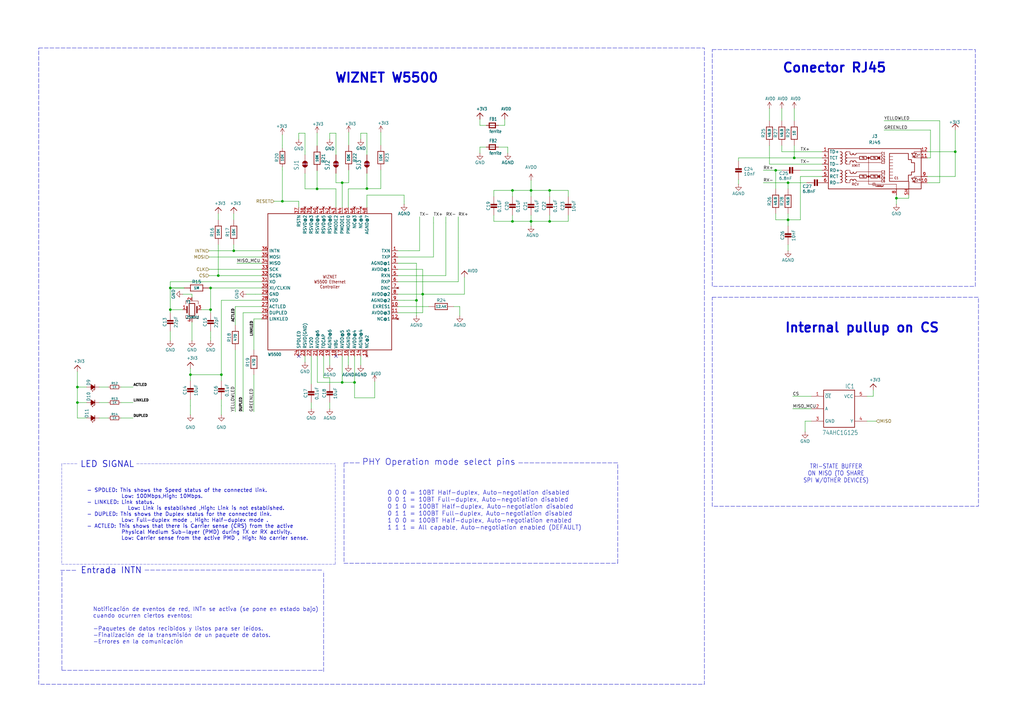
<source format=kicad_sch>
(kicad_sch (version 20250114) (generator "eeschema") (generator_version "9.0")
  (paper "A3")
  (title_block (title "ArchiNET") (date "2025-06-30") (rev "2025-06-30"))
  (lib_symbols
    (symbol "ArchiBot-eagle-import:3.3V" (power)
      (symbol "3.3V_1_0"
        (pin power_in line (at 0 -2.54 90) (length 2.54) (name "3.3V") (number "1"))
      )
    )
    (symbol "ArchiBot-eagle-import:AVDD" (power)
      (symbol "AVDD_1_0"
        (pin power_in line (at 0 -2.54 90) (length 2.54) (name "AVDD") (number "1"))
      )
    )
    (symbol "ArchiBot-eagle-import:CAP_CERAMIC0603_NO"
      (property "Reference" "C" (at -2.29 1.25 90))
      (symbol "CAP_CERAMIC0603_NO_1_0"
        (pin passive line (at 0 5.08 270) (length 2.54) (name "1") (number "1"))
        (pin passive line (at 0 -2.54 90) (length 2.54) (name "2") (number "2"))
      )
    )
    (symbol "ArchiBot-eagle-import:CAP_CERAMIC0805-NOOUTLINE"
      (property "Reference" "C" (at -2.29 1.25 90))
      (symbol "CAP_CERAMIC0805-NOOUTLINE_1_0"
        (pin passive line (at 0 5.08 270) (length 2.54) (name "1") (number "1"))
        (pin passive line (at 0 -2.54 90) (length 2.54) (name "2") (number "2"))
      )
    )
    (symbol "ArchiBot-eagle-import:FERRITE-0805NO"
      (property "Reference" "FB" (at -1.27 1.905 0))
      (symbol "FERRITE-0805NO_1_0"
        (pin passive line (at -2.54 0 0) (length 2.54) (name "P$1") (number "1"))
        (pin passive line (at 2.54 0 180) (length 2.54) (name "P$2") (number "2"))
      )
    )
    (symbol "ArchiBot-eagle-import:RESISTOR_0603_NOOUT"
      (property "Reference" "R" (at 0 2.54 0))
      (symbol "RESISTOR_0603_NOOUT_1_0"
        (pin passive line (at -5.08 0 0) (length 2.54) (name "1") (number "1"))
        (pin passive line (at 5.08 0 180) (length 2.54) (name "2") (number "2"))
      )
    )
    (symbol "CAP_CERAMIC0603_NO_1"
      (property "Reference" "C27" (at -2.29 1.25 90))
      (property "Value" "0.1uF" (at 2.3 1.25 90))
      (symbol "CAP_CERAMIC0603_NO_1_1_0"
        (pin passive line (at 0 5.08 270) (length 2.54) (name "1") (number "1"))
        (pin passive line (at 0 -2.54 90) (length 2.54) (name "2") (number "2"))
      )
    )
    (symbol "Connector:RJ45_Hanrun_HR911105A_Horizontal"
      (property "Reference" "J7" (at 1.27 13.97 0))
      (property "Value" "RJ45_Hanrun_HR911105A_Horizontal" (at 1.27 11.43 0))
      (symbol "RJ45_Hanrun_HR911105A_Horizontal_0_0"
        (text "XMIT" (at -8.255 1.905 0) (effects (font (size 1.016 1.016)) (justify left)))
        (text "RCV" (at -8.255 -5.715 0) (effects (font (size 1.016 1.016)) (justify left)))
        (text "C1" (at 4.699 6.985 0) (effects (font (size 0.889 0.889))))
        (text "C4" (at 4.699 5.715 0) (effects (font (size 0.889 0.889))))
        (text "C5" (at 4.699 4.445 0) (effects (font (size 0.889 0.889))))
        (text "C2" (at 4.699 3.175 0) (effects (font (size 0.889 0.889))))
        (text "C3" (at 4.699 -0.635 0) (effects (font (size 0.889 0.889))))
        (text "C7" (at 4.699 -1.905 0) (effects (font (size 0.889 0.889))))
        (text "C8" (at 4.699 -3.175 0) (effects (font (size 0.889 0.889))))
        (text "C6" (at 4.699 -4.445 0) (effects (font (size 0.889 0.889))))
        (text "C1" (at 10.16 -3.175 0) (effects (font (size 0.889 0.889))))
      )
      (symbol "RJ45_Hanrun_HR911105A_Horizontal_1_0"
        (text "1000pF" (at 3.302 -6.477 0) (effects (font (size 0.635 0.635))))
      )
      (symbol "RJ45_Hanrun_HR911105A_Horizontal_1_1"
        (text "75" (at -3.556 5.08 0) (effects (font (size 0.635 0.635))))
        (text "75" (at -3.556 -2.54 0) (effects (font (size 0.635 0.635))))
        (text "75" (at 1.016 5.08 0) (effects (font (size 0.635 0.635))))
        (text "75" (at 1.016 -2.54 0) (effects (font (size 0.635 0.635))))
        (text "Y" (at 19.558 6.35 0) (effects (font (size 0.635 0.635))))
        (text "G" (at 19.685 -3.81 0) (effects (font (size 0.635 0.635))))
        (pin passive line (at -20.32 7.62 0) (length 2.54) (name "TD+") (number "1"))
        (pin passive line (at -20.32 5.08 0) (length 2.54) (name "TCT") (number "4"))
        (pin passive line (at -20.32 2.54 0) (length 2.54) (name "TD-") (number "2"))
        (pin passive line (at -20.32 0 0) (length 2.54) (name "RD+") (number "3"))
        (pin passive line (at -20.32 -2.54 0) (length 2.54) (name "RCT") (number "5"))
        (pin passive line (at -20.32 -5.08 0) (length 2.54) (name "RD-") (number "6"))
        (pin power_in line (at 10.16 -10.16 90) (length 2.54) (name "") (number "8"))
        (pin passive line (at 15.24 -10.16 90) (length 2.54) (name "") (number "SH"))
        (pin no_connect line (at 20.32 0 0) (length 0) (hide yes) (name "NC") (number "7"))
        (pin passive line (at 22.86 7.62 180) (length 2.54) (name "") (number "12"))
        (pin passive line (at 22.86 5.08 180) (length 2.54) (name "") (number "11"))
        (pin passive line (at 22.86 -2.54 180) (length 2.54) (name "") (number "9"))
        (pin passive line (at 22.86 -5.08 180) (length 2.54) (name "") (number "10"))
      )
    )
    (symbol "Device:Crystal_GND24" (pin_names (offset 1.016) (hide yes))
      (property "Reference" "Y" (at 3.175 5.08 0))
      (property "Value" "Crystal_GND24" (at 3.175 3.175 0))
      (symbol "Crystal_GND24_1_1"
        (pin passive line (at -3.81 0 0) (length 1.27) (name "1") (number "1"))
        (pin passive line (at 0 5.08 270) (length 1.27) (name "2") (number "2"))
        (pin passive line (at 0 -5.08 90) (length 1.27) (name "4") (number "4"))
        (pin passive line (at 3.81 0 180) (length 1.27) (name "3") (number "3"))
      )
    )
    (symbol "Device:LED_Small_Filled" (pin_numbers (hide yes)) (pin_names (offset 0.254) (hide yes))
      (property "Reference" "D" (at -1.27 3.175 0))
      (property "Value" "LED_Small_Filled" (at -4.445 -2.54 0))
      (symbol "LED_Small_Filled_1_1"
        (pin passive line (at -2.54 0 0) (length 1.778) (name "K") (number "1"))
        (pin passive line (at 2.54 0 180) (length 1.778) (name "A") (number "2"))
      )
    )
    (symbol "Device:R" (pin_numbers (hide yes)) (pin_names (offset 0))
      (property "Reference" "R" (at 2.032 0 90))
      (property "Value" "R" (at 0 0 90))
      (symbol "R_1_1"
        (pin passive line (at 0 3.81 270) (length 1.27) (name "~") (number "1"))
        (pin passive line (at 0 -3.81 90) (length 1.27) (name "~") (number "2"))
      )
    )
    (symbol "Device:R_Small" (pin_numbers (hide yes)) (pin_names (offset 0.254) (hide yes))
      (property "Reference" "R" (at 0.762 0.508 0))
      (property "Value" "R_Small" (at 0.762 -1.016 0))
      (symbol "R_Small_1_1"
        (pin passive line (at 0 2.54 270) (length 0.762) (name "~") (number "1"))
        (pin passive line (at 0 -2.54 90) (length 0.762) (name "~") (number "2"))
      )
    )
    (symbol "Jumper:SolderJumper_2_Open" (pin_numbers (hide yes)) (pin_names (offset 0) (hide yes)) (exclude_from_sim yes) (in_bom no)
      (property "Reference" "JP" (at 0 2.032 0))
      (property "Value" "SolderJumper_2_Open" (at 0 -2.54 0))
      (symbol "SolderJumper_2_Open_1_1"
        (pin passive line (at -3.81 0 0) (length 2.54) (name "A") (number "1"))
        (pin passive line (at 3.81 0 180) (length 2.54) (name "B") (number "2"))
      )
    )
    (symbol "anetLib:74AHC1G125"
      (property "Reference" "IC1" (at 7.62 10.16 0))
      (property "Value" "74AHC1G125" (at -5.08 -10.16 0))
      (symbol "74AHC1G125_1_0"
        (pin input line (at -10.16 5.08 0) (length 5.08) (name "~{OE}") (number "1"))
        (pin input line (at -10.16 0 0) (length 5.08) (name "A") (number "2"))
        (pin power_in line (at -10.16 -5.08 0) (length 5.08) (name "GND") (number "3"))
        (pin power_in line (at 12.7 5.08 180) (length 5.08) (name "VCC") (number "5"))
        (pin output line (at 12.7 -5.08 180) (length 5.08) (name "Y") (number "4"))
      )
    )
    (symbol "anetLib:CAP_CERAMIC0603_NO"
      (property "Reference" "C27" (at -2.29 1.25 90))
      (property "Value" "0.1uF" (at 2.3 1.25 90))
      (symbol "CAP_CERAMIC0603_NO_1_0"
        (pin passive line (at 0 5.08 270) (length 2.54) (name "1") (number "1"))
        (pin passive line (at 0 -2.54 90) (length 2.54) (name "2") (number "2"))
      )
    )
    (symbol "anetLib:RESISTOR_0603_NOOUT"
      (property "Reference" "R32" (at 0 2.54 0))
      (property "Value" "12.4K" (at 0 0 0))
      (symbol "RESISTOR_0603_NOOUT_1_0"
        (pin passive line (at -5.08 0 0) (length 2.54) (name "1") (number "1"))
        (pin passive line (at 5.08 0 180) (length 2.54) (name "2") (number "2"))
      )
    )
    (symbol "anetLib:WIZNET_W5500"
      (property "Value" "W5500" (at -25.4 -27.94 0))
      (symbol "WIZNET_W5500_1_0"
        (text "WIZNET\nW5500 Ethernet\nController" (at 0 2.54 0) (effects (font (size 1.27 1.0795))))
        (pin output line (at -27.94 15.24 0) (length 2.54) (name "INTN") (number "36"))
        (pin input line (at -27.94 12.7 0) (length 2.54) (name "MOSI") (number "35"))
        (pin output line (at -27.94 10.16 0) (length 2.54) (name "MISO") (number "34"))
        (pin input line (at -27.94 7.62 0) (length 2.54) (name "SCK") (number "33"))
        (pin input line (at -27.94 5.08 0) (length 2.54) (name "SCSN") (number "32"))
        (pin output line (at -27.94 2.54 0) (length 2.54) (name "XO") (number "31"))
        (pin input line (at -27.94 0 0) (length 2.54) (name "XI/CLKIN") (number "30"))
        (pin power_in line (at -27.94 -2.54 0) (length 2.54) (name "GND") (number "29"))
        (pin power_in line (at -27.94 -5.08 0) (length 2.54) (name "VDD") (number "28"))
        (pin output line (at -27.94 -7.62 0) (length 2.54) (name "ACTLED") (number "27"))
        (pin output line (at -27.94 -10.16 0) (length 2.54) (name "DUPLED") (number "26"))
        (pin output line (at -27.94 -12.7 0) (length 2.54) (name "LINKLED") (number "25"))
        (pin input line (at -12.7 33.02 270) (length 2.54) (name "RSTN") (number "37"))
        (pin output line (at -12.7 -27.94 90) (length 2.54) (name "SPDLED") (number "24"))
        (pin no_connect line (at -10.16 33.02 270) (length 2.54) (name "RSVD@2") (number "38"))
        (pin input line (at -10.16 -27.94 90) (length 2.54) (name "RSVD(GND)") (number "23"))
        (pin no_connect line (at -7.62 33.02 270) (length 2.54) (name "RSVD@3") (number "39"))
        (pin power_in line (at -7.62 -27.94 90) (length 2.54) (name "1V20") (number "22"))
        (pin no_connect line (at -5.08 33.02 270) (length 2.54) (name "RSVD@4") (number "40"))
        (pin power_in line (at -5.08 -27.94 90) (length 2.54) (name "AVDD@6") (number "21"))
        (pin no_connect line (at -2.54 33.02 270) (length 2.54) (name "RSVD@5") (number "41"))
        (pin output line (at -2.54 -27.94 90) (length 2.54) (name "TOCAP") (number "20"))
        (pin no_connect line (at 0 33.02 270) (length 2.54) (name "RSVD@6") (number "42"))
        (pin power_in line (at 0 -27.94 90) (length 2.54) (name "AGND@6") (number "19"))
        (pin input line (at 2.54 33.02 270) (length 2.54) (name "PMODE2") (number "43"))
        (pin output line (at 2.54 -27.94 90) (length 2.54) (name "VBG") (number "18"))
        (pin input line (at 5.08 33.02 270) (length 2.54) (name "PMODE1") (number "44"))
        (pin power_in line (at 5.08 -27.94 90) (length 2.54) (name "AVDD@5") (number "17"))
        (pin input line (at 7.62 33.02 270) (length 2.54) (name "PMODE0") (number "45"))
        (pin power_in line (at 7.62 -27.94 90) (length 2.54) (name "AGND@5") (number "16"))
        (pin no_connect line (at 10.16 33.02 270) (length 2.54) (name "NC@3") (number "46"))
        (pin power_in line (at 10.16 -27.94 90) (length 2.54) (name "AVDD@4") (number "15"))
        (pin no_connect line (at 12.7 33.02 270) (length 2.54) (name "NC@4") (number "47"))
        (pin power_in line (at 12.7 -27.94 90) (length 2.54) (name "AGND@4") (number "14"))
        (pin power_in line (at 15.24 33.02 270) (length 2.54) (name "AGND@7") (number "48"))
        (pin no_connect line (at 15.24 -27.94 90) (length 2.54) (name "NC@2") (number "13"))
        (pin output line (at 27.94 15.24 180) (length 2.54) (name "TXN") (number "1"))
        (pin output line (at 27.94 12.7 180) (length 2.54) (name "TXP") (number "2"))
        (pin power_in line (at 27.94 10.16 180) (length 2.54) (name "AGND@1") (number "3"))
        (pin power_in line (at 27.94 7.62 180) (length 2.54) (name "AVDD@1") (number "4"))
        (pin input line (at 27.94 5.08 180) (length 2.54) (name "RXN") (number "5"))
        (pin input line (at 27.94 2.54 180) (length 2.54) (name "RXP") (number "6"))
        (pin no_connect line (at 27.94 0 180) (length 2.54) (name "DNC") (number "7"))
        (pin power_in line (at 27.94 -2.54 180) (length 2.54) (name "AVDD@2") (number "8"))
        (pin power_in line (at 27.94 -5.08 180) (length 2.54) (name "AGND@2") (number "9"))
        (pin bidirectional line (at 27.94 -7.62 180) (length 2.54) (name "EXRES1") (number "10"))
        (pin power_in line (at 27.94 -10.16 180) (length 2.54) (name "AVDD@3") (number "11"))
        (pin no_connect line (at 27.94 -12.7 180) (length 2.54) (name "NC@1") (number "12"))
      )
    )
    (symbol "power:+1V0" (power) (pin_numbers (hide yes)) (pin_names (offset 0) (hide yes))
      (property "Value" "+1V0" (at 0 3.556 0))
      (symbol "+1V0_1_1"
        (pin power_in line (at 0 0 90) (length 0) (name "~") (number "1"))
      )
    )
    (symbol "power:GND" (power) (pin_numbers (hide yes)) (pin_names (offset 0) (hide yes))
      (property "Value" "GND" (at 0 -3.81 0))
      (symbol "GND_1_1"
        (pin power_in line (at 0 0 270) (length 0) (name "~") (number "1"))
      )
    )
    (symbol "power:VCC" (power) (pin_numbers (hide yes)) (pin_names (offset 0) (hide yes))
      (property "Value" "VCC" (at 0 3.556 0))
      (symbol "VCC_1_1"
        (pin power_in line (at 0 0 90) (length 0) (name "~") (number "1"))
      )
    )
  )
  (rectangle (start 292.1 121.92) (end 401.32 207.645) (stroke (width 0.1524) (type dash)))
  (rectangle (start 292.1 20.32) (end 400.05 117.475) (stroke (width 0.1524) (type dash)))
  (rectangle (start 15.875 19.685) (end 288.925 280.67) (stroke (width 0.1524) (type dash)))
  (text "PHY Operation mode select pins" (at 148.463 189.611 0) (effects (font (size 2.54 2.54) (thickness 0.1905)) (justify left)))
  (text "Internal pullup on CS" (at 321.691 136.779 0) (effects (font (size 3.81 3.81) (thickness 0.762) (bold yes)) (justify left bottom)))
  (text "\n\nNotificación de eventos de red, INTn se activa (se pone en estado bajo) \ncuando ocurren ciertos eventos:\n\n-Paquetes de datos recibidos y listos para ser leídos.\n-Finalización de la transmisión de un paquete de datos.\n-Errores en la comunicación" (at 38.1 254 0) (effects (font (size 1.651 1.651)) (justify left)))
  (text "LED SIGNAL\n\n " (at 32.893 194.564 0) (effects (font (size 2.54 2.54) (thickness 0.254) (bold yes)) (justify left)))
  (text "TRI-STATE BUFFER\nON MISO (TO SHARE\nSPI W/OTHER DEVICES)" (at 342.9 194.31 0) (effects (font (size 1.778 1.5113))))
  (text "0 0 0 = 10BT Half-duplex, Auto-negotiation disabled\n0 0 1 = 10BT Full-duplex, Auto-negotiation disabled\n0 1 0 = 100BT Half-duplex, Auto-negotiation disabled\n0 1 1 = 100BT Full-duplex, Auto-negotiation disabled\n1 0 0 = 100BT Half-duplex, Auto-negotiation enabled\n1 1 1 = All capable, Auto-negotiation enabled (DEFAULT)" (at 158.877 217.551 0) (effects (font (size 1.778 1.778)) (justify left bottom)))
  (text "WIZNET W5500\n" (at 137.16 34.29 0) (effects (font (size 3.81 3.81) (thickness 0.762) (bold yes)) (justify left bottom)))
  (text "\n - SPDLED: This shows the Speed status of the connected link. \n		   Low: 100Mbps,High: 10Mbps.\n - LINKLED: Link status. \n			Low: Link is established ,High: Link is not established.\n - DUPLED: This shows the Duplex status for the connected link.\n		   Low: Full-duplex mode , High: Half-duplex mode .\n - ACTLED: This shows that there is Carrier sense (CRS) from the active \n		   Physical Medium Sub-layer (PMD) during TX or RX activity. \n   		   Low: Carrier sense from the active PMD , High: No carrier sense." (at 34.417 209.804 0) (effects (font (size 1.524 1.524) (thickness 0.1905)) (justify left)))
  (text "Entrada INTN\n\n " (at 33.02 238.125 0) (effects (font (size 2.54 2.54) (thickness 0.254) (bold yes)) (justify left)))
  (text "Conector RJ45" (at 342.265 27.94 0) (effects (font (size 3.81 3.81) (thickness 0.762) (bold yes))))
  (junction (at 78.105 153.67))
  (junction (at 323.215 90.17))
  (junction (at 69.85 118.11))
  (junction (at 31.75 165.1))
  (junction (at 115.824 82.55))
  (junction (at 225.425 90.805))
  (junction (at 90.805 153.67))
  (junction (at 89.535 113.03))
  (junction (at 210.185 90.805))
  (junction (at 323.215 74.93))
  (junction (at 130.048 77.47))
  (junction (at 86.36 118.11))
  (junction (at 145.415 156.845))
  (junction (at 325.755 64.77))
  (junction (at 391.795 62.23))
  (junction (at 173.355 120.65))
  (junction (at 367.665 81.28))
  (junction (at 31.75 158.75))
  (junction (at 69.85 127))
  (junction (at 217.805 90.805))
  (junction (at 225.425 78.105))
  (junction (at 86.36 127))
  (junction (at 170.815 123.19))
  (junction (at 140.335 74.93))
  (junction (at 217.805 78.105))
  (junction (at 95.885 102.87))
  (junction (at 140.335 156.845))
  (junction (at 150.495 77.343))
  (junction (at 318.135 69.85))
  (junction (at 210.185 78.105))
  (no_connect (at 122.555 146.05))
  (no_connect (at 137.795 146.05))
  (wire (pts (xy 132.715 154.94) (xy 135.255 154.94)) (stroke (width 0.1524)))
  (wire (pts (xy 323.215 77.47) (xy 323.215 74.93)) (stroke (width 0.1524)))
  (wire (pts (xy 167.64 102.87) (xy 172.085 102.87)))
  (wire (pts (xy 313.055 69.85) (xy 318.135 69.85)) (stroke (width 0.1524)))
  (wire (pts (xy 315.595 67.31) (xy 337.185 67.31)) (stroke (width 0.1524)))
  (wire (pts (xy 107.315 123.19) (xy 90.805 123.19)) (stroke (width 0.1524)))
  (wire (pts (xy 90.805 163.83) (xy 90.805 166.37)) (stroke (width 0.1524)))
  (wire (pts (xy 385.445 49.53) (xy 385.445 74.93)) (stroke (width 0.1524)))
  (wire (pts (xy 78.105 166.37) (xy 78.105 170.18)))
  (wire (pts (xy 143.002 74.93) (xy 143.002 69.723)) (stroke (width 0.1524)))
  (wire (pts (xy 332.74 172.72) (xy 330.2 172.72)) (stroke (width 0.1524)))
  (wire (pts (xy 362.585 53.34) (xy 381.635 53.34)) (stroke (width 0.1524)))
  (wire (pts (xy 355.6 162.56) (xy 358.14 162.56)) (stroke (width 0.1524)))
  (wire (pts (xy 202.565 78.105) (xy 210.185 78.105)) (stroke (width 0.1524)))
  (wire (pts (xy 49.53 158.75) (xy 54.61 158.75)))
  (wire (pts (xy 318.135 90.17) (xy 323.215 90.17)) (stroke (width 0.1524)))
  (wire (pts (xy 163.195 102.87) (xy 167.64 102.87)) (stroke (width 0.1524)))
  (wire (pts (xy 391.795 72.39) (xy 391.795 62.23)))
  (wire (pts (xy 196.85 62.865) (xy 196.85 60.325)) (stroke (width 0.1524)))
  (wire (pts (xy 85.725 105.41) (xy 107.315 105.41)) (stroke (width 0.1524)))
  (wire (pts (xy 90.805 156.21) (xy 90.805 153.67)) (stroke (width 0.1524)))
  (wire (pts (xy 188.595 125.73) (xy 188.595 129.54)) (stroke (width 0.1524)))
  (wire (pts (xy 187.96 115.57) (xy 187.96 101.6)) (stroke (width 0.1524)))
  (polyline (pts (xy 137.541 231.394) (xy 137.541 190.246)) (stroke (width 0.1016) (type dash)))
  (wire (pts (xy 137.795 54.61) (xy 135.255 54.61)) (stroke (width 0.1524)))
  (wire (pts (xy 325.12 162.56) (xy 332.74 162.56)) (stroke (width 0.1524)))
  (wire (pts (xy 208.28 62.865) (xy 208.28 60.325)))
  (wire (pts (xy 165.735 80.01) (xy 165.735 82.55)) (stroke (width 0.1524)))
  (wire (pts (xy 233.045 78.105) (xy 233.045 80.645)) (stroke (width 0.1524)))
  (wire (pts (xy 372.745 80.01) (xy 372.745 81.28)))
  (wire (pts (xy 145.415 156.845) (xy 140.335 156.845)) (stroke (width 0.1524)))
  (wire (pts (xy 95.885 90.17) (xy 95.885 87.63)) (stroke (width 0.1524)))
  (wire (pts (xy 142.875 148.59) (xy 142.875 149.86)))
  (wire (pts (xy 115.824 59.563) (xy 115.824 60.833)))
  (wire (pts (xy 125.095 148.59) (xy 125.095 146.05)) (stroke (width 0.1524)))
  (wire (pts (xy 99.695 128.27) (xy 99.695 168.91)))
  (wire (pts (xy 190.5 120.65) (xy 173.355 120.65)) (stroke (width 0.1524)))
  (wire (pts (xy 86.36 118.11) (xy 107.315 118.11)) (stroke (width 0.1524)))
  (wire (pts (xy 78.105 151.13) (xy 78.105 153.67)) (stroke (width 0.1524)))
  (wire (pts (xy 328.295 90.17) (xy 323.215 90.17)) (stroke (width 0.1524)))
  (wire (pts (xy 385.445 74.93) (xy 380.365 74.93)) (stroke (width 0.1524)))
  (wire (pts (xy 153.67 163.195) (xy 145.415 163.195)) (stroke (width 0.1524)))
  (wire (pts (xy 190.5 113.665) (xy 190.5 120.65)) (stroke (width 0.1524)))
  (polyline (pts (xy 25.273 231.394) (xy 137.541 231.394)) (stroke (width 0.1016) (type dash)))
  (wire (pts (xy 89.535 113.03) (xy 107.315 113.03)) (stroke (width 0.1524)))
  (wire (pts (xy 86.36 127) (xy 86.36 128.27)) (stroke (width 0.1524)))
  (wire (pts (xy 177.8 91.44) (xy 177.8 105.41)) (stroke (width 0.1524)))
  (wire (pts (xy 372.745 81.28) (xy 367.665 81.28)))
  (wire (pts (xy 391.795 62.23) (xy 391.795 53.34)))
  (wire (pts (xy 217.805 90.805) (xy 217.805 92.71)) (stroke (width 0.1524)))
  (wire (pts (xy 145.415 163.195) (xy 145.415 156.845)) (stroke (width 0.1524)))
  (wire (pts (xy 302.895 64.77) (xy 325.755 64.77)) (stroke (width 0.1524)))
  (wire (pts (xy 130.048 54.483) (xy 130.048 59.817)) (stroke (width 0.1524)))
  (wire (pts (xy 163.195 113.03) (xy 182.88 113.03)) (stroke (width 0.1524)))
  (wire (pts (xy 140.335 74.93) (xy 137.795 74.93)) (stroke (width 0.1524)))
  (wire (pts (xy 170.815 129.54) (xy 170.815 123.19)))
  (wire (pts (xy 90.805 153.67) (xy 78.105 153.67)) (stroke (width 0.1524)))
  (wire (pts (xy 153.67 156.464) (xy 153.67 163.195)))
  (wire (pts (xy 140.335 146.05) (xy 140.335 156.845)) (stroke (width 0.1524)))
  (polyline (pts (xy 141.097 231.013) (xy 253.365 231.013)) (stroke (width 0) (type dash)))
  (wire (pts (xy 150.495 62.23) (xy 150.495 54.61)) (stroke (width 0.1524)))
  (wire (pts (xy 318.135 87.63) (xy 318.135 90.17)) (stroke (width 0.1524)))
  (wire (pts (xy 320.675 44.45) (xy 320.675 49.53)) (stroke (width 0.1524)))
  (wire (pts (xy 130.048 77.47) (xy 125.095 77.47)) (stroke (width 0.1524)))
  (wire (pts (xy 187.96 88.9) (xy 187.96 101.6)))
  (wire (pts (xy 127.635 146.05) (xy 127.635 157.48)))
  (wire (pts (xy 182.88 91.44) (xy 182.88 113.03)) (stroke (width 0.1524)))
  (wire (pts (xy 328.295 72.39) (xy 337.185 72.39)) (stroke (width 0.1524)))
  (wire (pts (xy 122.555 54.61) (xy 122.555 57.15)) (stroke (width 0.1524)))
  (wire (pts (xy 210.185 80.645) (xy 210.185 78.105)) (stroke (width 0.1524)))
  (wire (pts (xy 323.215 87.63) (xy 323.215 90.17)) (stroke (width 0.1524)))
  (wire (pts (xy 147.955 146.05) (xy 147.955 149.86)) (stroke (width 0.1524)))
  (wire (pts (xy 196.85 60.325) (xy 199.39 60.325)) (stroke (width 0.1524)))
  (polyline (pts (xy 31.115 233.934) (xy 24.765 233.934)) (stroke (width 0.1524) (type dash)))
  (wire (pts (xy 127.635 165.1) (xy 127.635 167.64)))
  (wire (pts (xy 135.255 154.94) (xy 135.255 157.48)))
  (wire (pts (xy 86.36 118.11) (xy 86.36 127)) (stroke (width 0.1524)))
  (wire (pts (xy 328.295 69.85) (xy 337.185 69.85)) (stroke (width 0.1524)))
  (wire (pts (xy 130.175 146.05) (xy 130.175 156.845)) (stroke (width 0.1524)))
  (wire (pts (xy 96.52 143.51) (xy 96.52 168.91)) (stroke (width 0.1524)))
  (wire (pts (xy 150.495 54.61) (xy 147.955 54.61)) (stroke (width 0.1524)))
  (wire (pts (xy 315.595 67.31) (xy 315.595 59.69)) (stroke (width 0.1524)))
  (wire (pts (xy 199.39 51.435) (xy 196.85 51.435)) (stroke (width 0.1524)))
  (wire (pts (xy 225.425 88.265) (xy 225.425 90.805)) (stroke (width 0.1524)))
  (polyline (pts (xy 25.4 234.315) (xy 25.4 274.955)) (stroke (width 0.1524) (type dash)))
  (polyline (pts (xy 147.447 189.865) (xy 141.097 189.865)) (stroke (width 0) (type dash)))
  (wire (pts (xy 202.565 88.265) (xy 202.565 90.805)) (stroke (width 0.1524)))
  (wire (pts (xy 165.735 123.19) (xy 163.195 123.19)) (stroke (width 0.1524)))
  (wire (pts (xy 217.805 90.805) (xy 225.425 90.805)) (stroke (width 0.1524)))
  (wire (pts (xy 170.815 107.95) (xy 170.815 123.19)) (stroke (width 0.1524)))
  (wire (pts (xy 330.2 172.72) (xy 330.2 177.165)) (stroke (width 0.1524)))
  (wire (pts (xy 202.565 80.645) (xy 202.565 78.105)) (stroke (width 0.1524)))
  (wire (pts (xy 325.12 167.64) (xy 332.74 167.64)) (stroke (width 0.1524)))
  (polyline (pts (xy 56.007 190.246) (xy 137.541 190.246)) (stroke (width 0.1016) (type dash)))
  (wire (pts (xy 115.824 55.245) (xy 115.824 59.563)) (stroke (width 0.1524)))
  (wire (pts (xy 69.85 135.89) (xy 69.85 139.7)) (stroke (width 0.1524)))
  (wire (pts (xy 217.805 88.265) (xy 217.805 90.805)) (stroke (width 0.1524)))
  (wire (pts (xy 137.795 62.23) (xy 137.795 63.5)))
  (wire (pts (xy 137.795 62.23) (xy 137.795 54.61)) (stroke (width 0.1524)))
  (wire (pts (xy 207.01 51.435) (xy 207.01 48.895)) (stroke (width 0.1524)))
  (wire (pts (xy 217.805 78.105) (xy 217.805 80.645)) (stroke (width 0.1524)))
  (wire (pts (xy 35.56 171.45) (xy 31.75 171.45)))
  (wire (pts (xy 145.415 146.05) (xy 145.415 156.845)) (stroke (width 0.1524)))
  (wire (pts (xy 325.755 64.77) (xy 325.755 59.69)) (stroke (width 0.1524)))
  (wire (pts (xy 380.365 62.23) (xy 391.795 62.23)))
  (wire (pts (xy 381.635 64.77) (xy 380.365 64.77)) (stroke (width 0.1524)))
  (polyline (pts (xy 59.436 233.807) (xy 132.207 233.807)) (stroke (width 0.1524) (type dash)))
  (wire (pts (xy 225.425 90.805) (xy 233.045 90.805)) (stroke (width 0.1524)))
  (wire (pts (xy 78.74 120.65) (xy 74.93 120.65)))
  (wire (pts (xy 143.002 54.229) (xy 143.002 59.563)) (stroke (width 0.1524)))
  (wire (pts (xy 367.665 81.28) (xy 367.665 80.01)) (stroke (width 0.1524)))
  (wire (pts (xy 95.885 102.87) (xy 95.885 100.33)) (stroke (width 0.1524)))
  (wire (pts (xy 163.195 128.27) (xy 173.355 128.27)) (stroke (width 0.1524)))
  (wire (pts (xy 302.895 66.04) (xy 302.895 64.77)) (stroke (width 0.1524)))
  (wire (pts (xy 122.555 85.09) (xy 122.555 82.55)) (stroke (width 0.1524)))
  (wire (pts (xy 172.085 88.9) (xy 172.085 102.87)))
  (wire (pts (xy 323.215 74.93) (xy 330.835 74.93)) (stroke (width 0.1524)))
  (wire (pts (xy 130.175 156.845) (xy 140.335 156.845)) (stroke (width 0.1524)))
  (wire (pts (xy 208.28 60.325) (xy 204.47 60.325)))
  (wire (pts (xy 69.85 115.57) (xy 69.85 118.11)) (stroke (width 0.1524)))
  (wire (pts (xy 163.195 105.41) (xy 177.8 105.41)) (stroke (width 0.1524)))
  (wire (pts (xy 328.295 72.39) (xy 328.295 90.17)) (stroke (width 0.1524)))
  (wire (pts (xy 85.725 113.03) (xy 89.535 113.03)) (stroke (width 0.1524)))
  (wire (pts (xy 107.315 125.73) (xy 96.52 125.73)) (stroke (width 0.1524)))
  (wire (pts (xy 156.21 54.229) (xy 156.21 59.563)) (stroke (width 0.1524)))
  (wire (pts (xy 302.895 73.66) (xy 302.895 75.565)))
  (wire (pts (xy 69.85 127) (xy 74.93 127)))
  (wire (pts (xy 233.045 90.805) (xy 233.045 88.265)) (stroke (width 0.1524)))
  (wire (pts (xy 320.675 62.23) (xy 320.675 59.69)) (stroke (width 0.1524)))
  (wire (pts (xy 338.455 74.93) (xy 337.185 74.93)) (stroke (width 0.1524)))
  (wire (pts (xy 150.495 85.09) (xy 150.495 80.01)) (stroke (width 0.1524)))
  (wire (pts (xy 104.14 130.81) (xy 104.14 143.51)) (stroke (width 0.1524)))
  (wire (pts (xy 217.805 73.914) (xy 217.805 78.105)) (stroke (width 0.1524)))
  (wire (pts (xy 69.85 118.11) (xy 69.85 127)) (stroke (width 0.1524)))
  (polyline (pts (xy 132.715 275.463) (xy 132.715 234.315)) (stroke (width 0.1524) (type dash)))
  (wire (pts (xy 125.095 54.61) (xy 122.555 54.61)) (stroke (width 0.1524)))
  (wire (pts (xy 96.52 125.73) (xy 96.52 133.35)) (stroke (width 0.1524)))
  (wire (pts (xy 31.75 171.45) (xy 31.75 165.1)))
  (wire (pts (xy 132.715 146.05) (xy 132.715 154.94)) (stroke (width 0.1524)))
  (wire (pts (xy 125.095 71.12) (xy 125.095 77.47)) (stroke (width 0.1524)))
  (polyline (pts (xy 25.4 274.955) (xy 132.207 274.955)) (stroke (width 0.1524) (type dash)))
  (wire (pts (xy 173.355 128.27) (xy 173.355 120.65)) (stroke (width 0.1524)))
  (wire (pts (xy 89.535 90.17) (xy 89.535 87.63)))
  (wire (pts (xy 182.88 88.9) (xy 182.88 91.44)))
  (wire (pts (xy 323.215 90.17) (xy 323.215 92.71)) (stroke (width 0.1524)))
  (wire (pts (xy 362.585 49.53) (xy 385.445 49.53)) (stroke (width 0.1524)))
  (wire (pts (xy 165.735 82.55) (xy 165.735 83.82)))
  (wire (pts (xy 49.53 165.1) (xy 54.61 165.1)))
  (polyline (pts (xy 141.097 189.865) (xy 141.097 231.013)) (stroke (width 0) (type dash)))
  (wire (pts (xy 196.85 51.435) (xy 196.85 48.895)) (stroke (width 0.1524)))
  (wire (pts (xy 318.135 69.85) (xy 320.675 69.85)) (stroke (width 0.1524)))
  (wire (pts (xy 210.185 90.805) (xy 217.805 90.805)) (stroke (width 0.1524)))
  (wire (pts (xy 112.395 82.55) (xy 115.824 82.55)) (stroke (width 0.1524)))
  (wire (pts (xy 225.425 78.105) (xy 233.045 78.105)) (stroke (width 0.1524)))
  (wire (pts (xy 31.75 152.4) (xy 31.75 158.75)))
  (wire (pts (xy 150.495 80.01) (xy 165.735 80.01)) (stroke (width 0.1524)))
  (wire (pts (xy 147.955 54.61) (xy 147.955 57.15)) (stroke (width 0.1524)))
  (wire (pts (xy 95.885 102.87) (xy 107.315 102.87)) (stroke (width 0.1524)))
  (wire (pts (xy 163.195 120.65) (xy 173.355 120.65)) (stroke (width 0.1524)))
  (wire (pts (xy 380.365 72.39) (xy 391.795 72.39)))
  (wire (pts (xy 140.335 85.09) (xy 140.335 74.93)) (stroke (width 0.1524)))
  (wire (pts (xy 89.535 100.33) (xy 89.535 113.03)))
  (wire (pts (xy 85.725 102.87) (xy 95.885 102.87)) (stroke (width 0.1524)))
  (wire (pts (xy 40.64 165.1) (xy 44.45 165.1)))
  (wire (pts (xy 163.195 107.95) (xy 170.815 107.95)) (stroke (width 0.1524)))
  (wire (pts (xy 135.255 146.05) (xy 135.255 149.86)) (stroke (width 0.1524)))
  (wire (pts (xy 86.36 118.11) (xy 85.725 118.11)) (stroke (width 0.1524)))
  (wire (pts (xy 90.805 166.37) (xy 90.805 170.18)))
  (wire (pts (xy 78.105 153.67) (xy 78.105 156.21)) (stroke (width 0.1524)))
  (wire (pts (xy 315.595 44.45) (xy 315.595 49.53)) (stroke (width 0.1524)))
  (wire (pts (xy 150.495 77.343) (xy 150.495 77.47)) (stroke (width 0.1524)))
  (polyline (pts (xy 31.623 190.246) (xy 25.273 190.246)) (stroke (width 0.1016) (type dash)))
  (wire (pts (xy 313.055 74.93) (xy 323.215 74.93)) (stroke (width 0.1524)))
  (wire (pts (xy 40.64 171.45) (xy 44.45 171.45)))
  (wire (pts (xy 150.495 77.343) (xy 156.21 77.343)) (stroke (width 0.1524)))
  (wire (pts (xy 142.875 148.59) (xy 142.875 146.05)) (stroke (width 0.1524)))
  (wire (pts (xy 104.14 153.67) (xy 104.14 168.91)) (stroke (width 0.1524)))
  (wire (pts (xy 86.36 138.43) (xy 86.36 139.7)))
  (wire (pts (xy 217.805 78.105) (xy 225.425 78.105)) (stroke (width 0.1524)))
  (wire (pts (xy 142.875 77.47) (xy 150.495 77.47)) (stroke (width 0.1524)))
  (wire (pts (xy 137.795 71.12) (xy 137.795 74.93)) (stroke (width 0.1524)))
  (wire (pts (xy 325.755 64.77) (xy 337.185 64.77)) (stroke (width 0.1524)))
  (wire (pts (xy 107.315 130.81) (xy 104.14 130.81)) (stroke (width 0.1524)))
  (wire (pts (xy 173.355 120.65) (xy 173.355 110.49)) (stroke (width 0.1524)))
  (wire (pts (xy 163.195 115.57) (xy 187.96 115.57)) (stroke (width 0.1524)))
  (wire (pts (xy 69.85 115.57) (xy 107.315 115.57)) (stroke (width 0.1524)))
  (wire (pts (xy 204.47 51.435) (xy 207.01 51.435)) (stroke (width 0.1524)))
  (wire (pts (xy 202.565 90.805) (xy 210.185 90.805)) (stroke (width 0.1524)))
  (wire (pts (xy 115.824 82.55) (xy 122.555 82.55)) (stroke (width 0.1524)))
  (wire (pts (xy 40.64 158.75) (xy 44.45 158.75)))
  (wire (pts (xy 358.14 162.56) (xy 358.14 160.02)) (stroke (width 0.1524)))
  (wire (pts (xy 31.75 158.75) (xy 31.75 165.1)))
  (wire (pts (xy 156.21 77.343) (xy 156.21 69.723)) (stroke (width 0.1524)))
  (wire (pts (xy 225.425 80.645) (xy 225.425 78.105)) (stroke (width 0.1524)))
  (wire (pts (xy 115.824 68.453) (xy 115.824 69.723)))
  (wire (pts (xy 177.8 88.9) (xy 177.8 91.44)))
  (wire (pts (xy 170.815 123.19) (xy 165.735 123.19)))
  (wire (pts (xy 107.315 128.27) (xy 99.695 128.27)))
  (polyline (pts (xy 253.365 231.013) (xy 253.365 189.865)) (stroke (width 0) (type dash)))
  (wire (pts (xy 115.824 82.55) (xy 115.824 69.723)) (stroke (width 0.1524)))
  (wire (pts (xy 210.185 78.105) (xy 217.805 78.105)) (stroke (width 0.1524)))
  (wire (pts (xy 163.195 110.49) (xy 173.355 110.49)) (stroke (width 0.1524)))
  (wire (pts (xy 78.74 121.92) (xy 78.74 120.65)))
  (wire (pts (xy 320.675 62.23) (xy 337.185 62.23)) (stroke (width 0.1524)))
  (wire (pts (xy 78.74 132.08) (xy 78.74 139.7)))
  (wire (pts (xy 150.495 71.12) (xy 150.495 77.343)) (stroke (width 0.1524)))
  (wire (pts (xy 367.665 81.28) (xy 367.665 83.82)) (stroke (width 0.1524)))
  (wire (pts (xy 135.255 54.61) (xy 135.255 57.15)) (stroke (width 0.1524)))
  (wire (pts (xy 125.095 62.23) (xy 125.095 54.61)) (stroke (width 0.1524)))
  (wire (pts (xy 69.85 127) (xy 69.85 128.27)) (stroke (width 0.1524)))
  (wire (pts (xy 381.635 53.34) (xy 381.635 64.77)) (stroke (width 0.1524)))
  (wire (pts (xy 104.775 120.65) (xy 107.315 120.65)) (stroke (width 0.1524)))
  (wire (pts (xy 186.055 125.73) (xy 188.595 125.73)) (stroke (width 0.1524)))
  (wire (pts (xy 130.048 77.47) (xy 137.795 77.47)) (stroke (width 0.1524)))
  (wire (pts (xy 82.55 127) (xy 86.36 127)))
  (wire (pts (xy 69.85 118.11) (xy 75.565 118.11)) (stroke (width 0.1524)))
  (wire (pts (xy 130.048 77.47) (xy 130.048 69.977)) (stroke (width 0.1524)))
  (wire (pts (xy 100.965 120.65) (xy 104.775 120.65)))
  (wire (pts (xy 323.215 100.33) (xy 323.215 102.87)) (stroke (width 0.1524)))
  (wire (pts (xy 69.85 118.11) (xy 75.565 118.11)))
  (wire (pts (xy 140.335 74.93) (xy 143.002 74.93)) (stroke (width 0.1524)))
  (wire (pts (xy 49.53 171.45) (xy 54.61 171.45)))
  (polyline (pts (xy 212.725 189.865) (xy 253.365 189.865)) (stroke (width 0) (type dash)))
  (wire (pts (xy 135.255 167.64) (xy 135.255 165.1)))
  (wire (pts (xy 35.56 165.1) (xy 31.75 165.1)))
  (wire (pts (xy 86.36 135.89) (xy 86.36 138.43)) (stroke (width 0.1524)))
  (wire (pts (xy 78.105 163.83) (xy 78.105 166.37)) (stroke (width 0.1524)))
  (wire (pts (xy 142.875 85.09) (xy 142.875 77.47)) (stroke (width 0.1524)))
  (wire (pts (xy 85.725 110.49) (xy 107.315 110.49)) (stroke (width 0.1524)))
  (wire (pts (xy 210.185 88.265) (xy 210.185 90.805)) (stroke (width 0.1524)))
  (wire (pts (xy 318.135 77.47) (xy 318.135 69.85)) (stroke (width 0.1524)))
  (wire (pts (xy 325.755 44.45) (xy 325.755 49.53)) (stroke (width 0.1524)))
  (wire (pts (xy 90.805 123.19) (xy 90.805 153.67)) (stroke (width 0.1524)))
  (wire (pts (xy 137.795 85.09) (xy 137.795 77.47)) (stroke (width 0.1524)))
  (wire (pts (xy 163.195 125.73) (xy 175.895 125.73)) (stroke (width 0.1524)))
  (wire (pts (xy 97.155 107.95) (xy 107.315 107.95)))
  (wire (pts (xy 150.495 62.23) (xy 150.495 63.5)))
  (wire (pts (xy 359.41 172.72) (xy 355.6 172.72)) (stroke (width 0.1524)))
  (wire (pts (xy 125.095 62.23) (xy 125.095 63.5)))
  (polyline (pts (xy 25.273 190.246) (xy 25.273 231.394)) (stroke (width 0.1016) (type dash)))
  (wire (pts (xy 31.75 158.75) (xy 35.56 158.75)))
  (label "ACTLED" (at 54.61 158.75 0) (effects (font (size 1.016 1.016) (thickness 0.254) (bold yes))))
  (label "DUPLED" (at 54.61 171.45 0) (effects (font (size 1.016 1.016) (thickness 0.254) (bold yes))))
  (label "LINKLED" (at 54.61 165.1 0) (effects (font (size 1.016 1.016) (thickness 0.254) (bold yes))))
  (label "RX-" (at 313.055 74.93 0) (effects (font (size 1.2446 1.2446))))
  (label "LINKLED" (at 104.14 131.445 270) (effects (font (size 1.016 1.016) (thickness 0.254) (bold yes))))
  (label "RX+" (at 313.055 69.85 0) (effects (font (size 1.2446 1.2446))))
  (label "RX+" (at 187.96 88.9 0) (effects (font (size 1.2446 1.2446))))
  (label "MISO_MCU" (at 97.155 107.95 0) (effects (font (size 1.2446 1.2446))))
  (label "MISO_MCU" (at 325.12 167.64 0) (effects (font (size 1.2446 1.2446))))
  (label "RX-" (at 182.88 88.9 0) (effects (font (size 1.2446 1.2446))))
  (label "YELLOWLED" (at 362.585 49.53 0) (effects (font (size 1.2446 1.2446))))
  (label "YELLOWLED" (at 96.52 168.91 90) (effects (font (size 1.2446 1.2446))))
  (label "CS" (at 325.12 162.56 0) (effects (font (size 1.2446 1.2446))))
  (label "ACTLED" (at 96.52 126.365 270) (effects (font (size 1.016 1.016) (thickness 0.254) (bold yes))))
  (label "TX-" (at 172.085 88.9 0) (effects (font (size 1.2446 1.2446))))
  (label "GREENLED" (at 362.585 53.34 0) (effects (font (size 1.2446 1.2446))))
  (label "GREENLED" (at 104.14 168.91 90) (effects (font (size 1.2446 1.2446))))
  (label "TX+" (at 328.295 62.23 0) (effects (font (size 1.2446 1.2446))))
  (label "DUPLED" (at 99.695 168.91 90) (effects (font (size 1.016 1.016) (thickness 0.254) (bold yes))))
  (label "TX+" (at 177.8 88.9 0) (effects (font (size 1.2446 1.2446))))
  (label "TX-" (at 328.295 67.31 0) (effects (font (size 1.2446 1.2446))))
  (hierarchical_label "CLK" (shape input) (at 85.725 110.49 180))
  (hierarchical_label "MISO" (shape input) (at 359.41 172.72 0))
  (hierarchical_label "INTN" (shape input) (at 85.725 102.87 180))
  (hierarchical_label "MOSI" (shape input) (at 85.725 105.41 180))
  (hierarchical_label "CS" (shape input) (at 85.725 113.03 180))
  (hierarchical_label "RESET" (shape input) (at 112.395 82.55 180))
  (symbol (lib_id "ArchiBot-eagle-import:RESISTOR_0603_NOOUT") (at 80.645 118.11 0) (unit 1)
    (property "Reference" "R15" (at 80.645 115.57 0))
    (property "Value" "1M" (at 80.645 118.11 0) (effects (font (size 1.016 1.016) (thickness 0.2032) (bold yes))))
    (property "Footprint" "Resistor_SMD:R_0603_1608Metric" (effects (hide yes)))
    (property "Datasheet" "https://www.vishay.com/docs/20065/rcse3.pdf" (effects (hide yes)))
    (property "Description" "Resistor, small symbol" (effects (hide yes)))
    (property "PartNumber" "RCS06031M00FKEA" (effects (hide yes)))
    (property "PurchaseLink" "https://www.digikey.de/en/products/detail/koa-speer-electronics-inc/RK73B2ATTD105J/10235908" (effects (hide yes)))
  )
  (symbol (lib_id "Device:LED_Small_Filled") (at 38.1 171.45 180) (unit 1)
    (property "Reference" "D11" (at 35.56 171.45 90) (effects (justify right)))
    (property "Value" "LED_POW" (effects (hide yes)))
    (property "Footprint" "LED_SMD:LED_0603_1608Metric_Pad1.05x0.95mm_HandSolder" (effects (hide yes)))
    (property "Datasheet" "https://mm.digikey.com/Volume0/opasdata/d220001/medias/docus/3633/B1931NG--20D001114U1930.pdf" (effects (hide yes)))
    (property "Description" "Light emitting diode, small symbol, filled shape" (effects (hide yes)))
    (property "PartNumber" "B1931NG--20D001114U1930" (effects (hide yes)))
    (property "PurchaseLink" "https://www.digikey.com/en/products/detail/harvatek-corporation/B1931NG-20D001114U1930/15861262" (effects (hide yes)))
  )
  (symbol (lib_id "power:GND") (at 69.85 139.7 0) (unit 1)
    (property "Reference" "#PWR028" (effects (hide yes)))
    (property "Value" "GND" (at 69.85 143.51 0))
    (property "Description" "Power symbol creates a global label with name \"GND\" , ground" (effects (hide yes)))
  )
  (symbol (lib_id "anetLib:CAP_CERAMIC0603_NO") (at 210.185 85.725 0) (unit 1)
    (property "Reference" "C20" (at 207.895 84.475 90))
    (property "Value" "0.1uF" (at 212.485 84.475 90))
    (property "Footprint" "Capacitor_SMD:C_0603_1608Metric" (effects (hide yes)))
    (property "Datasheet" "https://www.yageo.com/en/Chart/Download/pdf/CC0603KRX7R7BB104" (effects (hide yes)))
    (property "Description" "CAP CER 0.1UF 16V X7R 0603" (effects (hide yes)))
    (property "PartNumber" "CC0603KRX7R7BB104" (effects (hide yes)))
    (property "PurchaseLink" "https://www.digikey.com/en/products/detail/yageo/CC0603KRX7R7BB104/302822" (effects (hide yes)))
  )
  (symbol (lib_id "ArchiBot-eagle-import:AVDD") (at 207.01 46.355 0) (unit 1)
    (property "Reference" "#U$012" (effects (hide yes)))
    (property "Value" "AVDD" (at 205.486 45.339 0) (effects (font (size 1.27 1.0795)) (justify left bottom)))
  )
  (symbol (lib_id "power:VCC") (at 153.67 156.464 0) (unit 1)
    (property "Reference" "#U$08" (effects (hide yes)))
    (property "Value" "AVDD" (at 152.146 153.924 0) (effects (font (size 1.27 1.0795)) (justify left bottom)))
    (property "Description" "Power symbol creates a global label with name \"VCC\"" (effects (hide yes)))
  )
  (symbol (lib_id "Jumper:SolderJumper_2_Open") (at 125.095 67.31 90) (unit 1) (in_bom no)
    (property "Reference" "SJ1" (at 122.555 69.85 0) (effects (font (size 1.778 1.5113)) (justify left bottom)))
    (property "Value" "SOLDERJUMPERREFLOW_NOPASTE" (effects (hide yes)))
    (property "Footprint" "anetLib:Jumper" (effects (hide yes)))
    (property "Datasheet" "-" (effects (hide yes)))
    (property "Description" "Solder Jumper, 2-pole, open" (effects (hide yes)))
    (property "PartNumber" "-" (at 125.095 67.31 0))
    (property "PurchaseLink" "-" (at 125.095 67.31 0))
  )
  (symbol (lib_id "Device:Crystal_GND24") (at 78.74 127 0) (unit 1)
    (property "Reference" "Y1" (at 76.2 124.46 0) (effects (font (size 1.27 1.0795)) (justify left bottom)))
    (property "Value" "25MHz" (at 76.2 130.81 0) (effects (font (size 1.27 1.0795)) (justify left bottom)))
    (property "Footprint" "Crystal:Crystal_SMD_TXC_7M-4Pin_3.2x2.5mm" (effects (hide yes)))
    (property "Datasheet" "https://abracon.com/Resonators/abm3b.pdf" (effects (hide yes)))
    (property "Description" "Four pin crystal, GND on pins 2 and 4" (effects (hide yes)))
    (property "PartNumber" "ABM3B-25.000MHZ-22-E-4-H-T" (effects (hide yes)))
    (property "PurchaseLink" "https://www.digikey.com/en/products/detail/abracon-llc/ABM3B-25-000MHZ-22-E-4-H-T/8582001" (effects (hide yes)))
  )
  (symbol (lib_id "power:GND") (at 122.555 57.15 0) (unit 1)
    (property "Reference" "#PWR035" (effects (hide yes)))
    (property "Value" "GND" (at 122.555 60.96 0))
    (property "Description" "Power symbol creates a global label with name \"GND\" , ground" (effects (hide yes)))
  )
  (symbol (lib_id "ArchiBot-eagle-import:RESISTOR_0603_NOOUT") (at 104.14 148.59 90) (unit 1)
    (property "Reference" "R19" (at 101.6 148.59 0))
    (property "Value" "470" (at 104.14 148.59 0) (effects (font (size 1.016 1.016) (thickness 0.2032) (bold yes))))
    (property "Footprint" "Resistor_SMD:R_0603_1608Metric" (effects (hide yes)))
    (property "Datasheet" "https://www.vishay.com/docs/20065/rcse3.pdf" (effects (hide yes)))
    (property "Description" "Resistor, small symbol" (effects (hide yes)))
    (property "PartNumber" "CRGP0603F470R" (effects (hide yes)))
    (property "PurchaseLink" "https://www.digikey.com/en/products/detail/te-connectivity-passive-product/CRGP0603F470R/8577014" (effects (hide yes)))
  )
  (symbol (lib_id "Device:R_Small") (at 46.99 171.45 90) (unit 1)
    (property "Reference" "R14" (at 46.99 169.926 90) (effects (font (size 0.889 0.889))))
    (property "Value" "1K" (at 46.99 171.45 90) (effects (font (size 0.889 0.889))))
    (property "Footprint" "Resistor_SMD:R_0603_1608Metric_Pad0.98x0.95mm_HandSolder" (effects (hide yes)))
    (property "Datasheet" "https://www.vishay.com/docs/20065/rcse3.pdf" (effects (hide yes)))
    (property "Description" "Resistor, small symbol" (effects (hide yes)))
    (property "PartNumber" "RCS06031K00FKEA" (effects (hide yes)))
    (property "PurchaseLink" "https://www.digikey.com/en/products/detail/vishay-dale/RCS06031K00FKEA/5866934" (effects (hide yes)))
  )
  (symbol (lib_id "power:VCC") (at 130.048 54.483 0) (unit 1)
    (property "Reference" "#U$06" (effects (hide yes)))
    (property "Value" "+3V3" (at 128.143 51.562 0) (effects (font (size 1.27 1.0795)) (justify left bottom)))
    (property "Description" "Power symbol creates a global label with name \"VCC\"" (effects (hide yes)))
  )
  (symbol (lib_id "ArchiBot-eagle-import:CAP_CERAMIC0603_NO") (at 323.215 69.85 270) (unit 1)
    (property "Reference" "C25" (at 321.437 71.12 90))
    (property "Value" "6.8nF" (at 322.199 73.152 90))
    (property "Footprint" "Capacitor_SMD:C_0603_1608Metric" (effects (hide yes)))
    (property "Datasheet" "https://datasheets.kyocera-avx.com/KGM_X7R.pdf" (effects (hide yes)))
    (property "Description" "CAP CER 6800PF 16V X7R 0603" (effects (hide yes)))
    (property "PartNumber" "KGM15AR71C682KT" (effects (hide yes)))
    (property "PurchaseLink" "https://www.digikey.com/en/products/detail/kyocera-avx/KGM15AR71C682KT/1600629" (effects (hide yes)))
  )
  (symbol (lib_id "power:VCC") (at 325.755 44.45 0) (unit 1)
    (property "Reference" "#U$015" (effects (hide yes)))
    (property "Value" "AVDD" (at 324.231 41.148 0) (effects (font (size 1.27 1.0795)) (justify left bottom)))
    (property "Description" "Power symbol creates a global label with name \"VCC\"" (effects (hide yes)))
  )
  (symbol (lib_id "power:GND") (at 135.255 167.64 0) (unit 1)
    (property "Reference" "#PWR040" (effects (hide yes)))
    (property "Value" "AGND" (at 135.255 171.45 0))
    (property "Description" "Power symbol creates a global label with name \"GND\" , ground" (effects (hide yes)))
  )
  (symbol (lib_id "ArchiBot-eagle-import:RESISTOR_0603_NOOUT") (at 89.535 95.25 90) (unit 1)
    (property "Reference" "R16" (at 86.995 95.25 0))
    (property "Value" "10K" (at 89.535 95.25 0) (effects (font (size 1.016 1.016) (thickness 0.2032) (bold yes))))
    (property "Footprint" "Resistor_SMD:R_0603_1608Metric" (effects (hide yes)))
    (property "Datasheet" "https://www.vishay.com/docs/20065/rcse3.pdf" (effects (hide yes)))
    (property "Description" "Resistor, small symbol" (effects (hide yes)))
    (property "PartNumber" "RCS060310K0JNEA" (effects (hide yes)))
    (property "PurchaseLink" "https://www.digikey.com/en/products/detail/vishay-dale/RCS060310K0JNEA/5866963?s=N4IgTCBcDaIKwBYCMBaMAOJB2FqByAIiALoC%2BQA" (effects (hide yes)))
  )
  (symbol (lib_id "Device:LED_Small_Filled") (at 38.1 165.1 180) (unit 1)
    (property "Reference" "D10" (at 36.322 164.592 90) (effects (justify right)))
    (property "Value" "LED_POW" (effects (hide yes)))
    (property "Footprint" "LED_SMD:LED_0603_1608Metric_Pad1.05x0.95mm_HandSolder" (effects (hide yes)))
    (property "Datasheet" "https://mm.digikey.com/Volume0/opasdata/d220001/medias/docus/3633/B1931NG--20D001114U1930.pdf" (effects (hide yes)))
    (property "Description" "Light emitting diode, small symbol, filled shape" (effects (hide yes)))
    (property "PartNumber" "B1931NG--20D001114U1930" (effects (hide yes)))
    (property "PurchaseLink" "https://www.digikey.com/en/products/detail/harvatek-corporation/B1931NG-20D001114U1930/15861262" (effects (hide yes)))
  )
  (symbol (lib_id "power:GND") (at 302.895 75.565 0) (unit 1)
    (property "Reference" "#PWR051" (effects (hide yes)))
    (property "Value" "AGND" (at 302.895 79.375 0))
    (property "Description" "Power symbol creates a global label with name \"GND\" , ground" (effects (hide yes)))
  )
  (symbol (lib_id "power:GND") (at 170.815 129.54 0) (unit 1)
    (property "Reference" "#PWR045" (effects (hide yes)))
    (property "Value" "AGND" (at 170.815 133.35 0))
    (property "Description" "Power symbol creates a global label with name \"GND\" , ground" (effects (hide yes)))
  )
  (symbol (lib_id "ArchiBot-eagle-import:RESISTOR_0603_NOOUT") (at 156.21 64.643 270) (unit 1)
    (property "Reference" "R23" (at 158.75 64.643 0))
    (property "Value" "10K" (at 156.21 64.643 0) (effects (font (size 1.016 1.016) (thickness 0.2032) (bold yes))))
    (property "Footprint" "Resistor_SMD:R_0603_1608Metric" (effects (hide yes)))
    (property "Datasheet" "https://www.vishay.com/docs/20065/rcse3.pdf" (effects (hide yes)))
    (property "Description" "Resistor, small symbol" (effects (hide yes)))
    (property "PartNumber" "RCS060310K0JNEA" (effects (hide yes)))
    (property "PurchaseLink" "https://www.digikey.com/en/products/detail/vishay-dale/RCS060310K0JNEA/5866963?s=N4IgTCBcDaIKwBYCMBaMAOJB2FqByAIiALoC%2BQA" (effects (hide yes)))
  )
  (symbol (lib_id "power:VCC") (at 315.595 44.45 0) (unit 1)
    (property "Reference" "#U$013" (effects (hide yes)))
    (property "Value" "AVDD" (at 313.817 41.148 0) (effects (font (size 1.27 1.0795)) (justify left bottom)))
    (property "Description" "Power symbol creates a global label with name \"VCC\"" (effects (hide yes)))
  )
  (symbol (lib_id "power:GND") (at 196.85 62.865 0) (unit 1)
    (property "Reference" "#PWR047" (effects (hide yes)))
    (property "Value" "GND" (at 196.85 66.675 0))
    (property "Description" "Power symbol creates a global label with name \"GND\" , ground" (effects (hide yes)))
  )
  (symbol (lib_id "power:GND") (at 323.215 102.87 0) (unit 1)
    (property "Reference" "#PWR052" (effects (hide yes)))
    (property "Value" "AGND" (at 323.215 106.68 0))
    (property "Description" "Power symbol creates a global label with name \"GND\" , ground" (effects (hide yes)))
  )
  (symbol (lib_id "power:GND") (at 147.955 57.15 0) (unit 1)
    (property "Reference" "#PWR042" (effects (hide yes)))
    (property "Value" "GND" (at 148.082 60.833 0))
    (property "Description" "Power symbol creates a global label with name \"GND\" , ground" (effects (hide yes)))
  )
  (symbol (lib_id "power:GND") (at 74.93 120.65 270) (unit 1)
    (property "Reference" "#PWR029" (effects (hide yes)))
    (property "Value" "GND" (at 71.12 120.65 0))
    (property "Description" "Power symbol creates a global label with name \"GND\" , ground" (effects (hide yes)))
  )
  (symbol (lib_id "Jumper:SolderJumper_2_Open") (at 137.795 67.31 90) (unit 1) (in_bom no)
    (property "Reference" "SJ2" (at 135.255 69.85 0) (effects (font (size 1.778 1.5113)) (justify left bottom)))
    (property "Value" "SOLDERJUMPERREFLOW_NOPASTE" (effects (hide yes)))
    (property "Footprint" "anetLib:Jumper" (effects (hide yes)))
    (property "Datasheet" "-" (effects (hide yes)))
    (property "Description" "Solder Jumper, 2-pole, open" (effects (hide yes)))
    (property "PartNumber" "-" (at 137.795 67.31 0))
    (property "PurchaseLink" "-" (at 137.795 67.31 0))
  )
  (symbol (lib_id "power:GND") (at 78.105 170.18 0) (unit 1)
    (property "Reference" "#PWR030" (effects (hide yes)))
    (property "Value" "GND" (at 78.105 175.26 0))
    (property "Description" "Power symbol creates a global label with name \"GND\" , ground" (effects (hide yes)))
  )
  (symbol (lib_id "ArchiBot-eagle-import:RESISTOR_0603_NOOUT") (at 318.135 82.55 90) (unit 1)
    (property "Reference" "R26" (at 315.595 82.55 0))
    (property "Value" "49.9" (at 318.135 82.55 0) (effects (font (size 1.016 1.016) (thickness 0.2032) (bold yes))))
    (property "Footprint" "Resistor_SMD:R_0603_1608Metric" (effects (hide yes)))
    (property "Datasheet" "https://www.vishay.com/docs/20065/rcse3.pdf" (effects (hide yes)))
    (property "Description" "Resistor, small symbol" (effects (hide yes)))
    (property "PartNumber" "RCS060349R9FKEA" (effects (hide yes)))
    (property "PurchaseLink" "https://www.digikey.de/en/products/detail/vishay-dale/RCS060349R9FKEA/5866930" (effects (hide yes)))
  )
  (symbol (lib_id "Device:R_Small") (at 46.99 158.75 90) (unit 1)
    (property "Reference" "R12" (at 46.99 157.226 90) (effects (font (size 0.889 0.889))))
    (property "Value" "1K" (at 46.99 158.75 90) (effects (font (size 0.889 0.889))))
    (property "Footprint" "Resistor_SMD:R_0603_1608Metric_Pad0.98x0.95mm_HandSolder" (effects (hide yes)))
    (property "Datasheet" "https://www.vishay.com/docs/20065/rcse3.pdf" (effects (hide yes)))
    (property "Description" "Resistor, small symbol" (effects (hide yes)))
    (property "PartNumber" "RCS06031K00FKEA" (effects (hide yes)))
    (property "PurchaseLink" "https://www.digikey.com/en/products/detail/vishay-dale/RCS06031K00FKEA/5866934" (effects (hide yes)))
  )
  (symbol (lib_id "power:GND") (at 78.74 139.7 0) (unit 1)
    (property "Reference" "#PWR031" (effects (hide yes)))
    (property "Value" "GND" (at 78.74 143.51 0))
    (property "Description" "Power symbol creates a global label with name \"GND\" , ground" (effects (hide yes)))
  )
  (symbol (lib_id "power:GND") (at 135.255 57.15 0) (unit 1)
    (property "Reference" "#PWR038" (effects (hide yes)))
    (property "Value" "GND" (at 135.255 60.96 0))
    (property "Description" "Power symbol creates a global label with name \"GND\" , ground" (effects (hide yes)))
  )
  (symbol (lib_id "power:GND") (at 125.095 148.59 0) (unit 1)
    (property "Reference" "#PWR036" (effects (hide yes)))
    (property "Value" "GND" (at 125.095 152.4 0))
    (property "Description" "Power symbol creates a global label with name \"GND\" , ground" (effects (hide yes)))
  )
  (symbol (lib_id "ArchiBot-eagle-import:CAP_CERAMIC0603_NO") (at 69.85 133.35 0) (unit 1)
    (property "Reference" "C13" (at 67.56 132.1 90))
    (property "Value" "22pF" (at 72.15 132.1 90))
    (property "Footprint" "Capacitor_SMD:C_0603_1608Metric" (effects (hide yes)))
    (property "Datasheet" "https://www.yageo.com/upload/media/product/productsearch/datasheet/mlcc/UPY-GP_NP0_16V-to-50V_18.pdf" (effects (hide yes)))
    (property "Description" "CAP CER 22PF 16V C0G/NP0 0603" (effects (hide yes)))
    (property "PartNumber" "C0603C220K4GACTU" (effects (hide yes)))
    (property "PurchaseLink" "https://www.digikey.com/en/products/detail/kemet/C0603C220K4GACTU/2200194" (effects (hide yes)))
  )
  (symbol (lib_id "Jumper:SolderJumper_2_Open") (at 150.495 67.31 90) (unit 1) (in_bom no)
    (property "Reference" "SJ3" (at 148.082 69.723 0) (effects (font (size 1.778 1.5113)) (justify left bottom)))
    (property "Value" "SOLDERJUMPERREFLOW_NOPASTE" (effects (hide yes)))
    (property "Footprint" "anetLib:Jumper" (effects (hide yes)))
    (property "Datasheet" "-" (effects (hide yes)))
    (property "Description" "Solder Jumper, 2-pole, open" (effects (hide yes)))
    (property "PartNumber" "-" (at 150.495 67.31 0))
    (property "PurchaseLink" "-" (at 150.495 67.31 0))
  )
  (symbol (lib_id "ArchiBot-eagle-import:RESISTOR_0603_NOOUT") (at 96.52 138.43 90) (unit 1)
    (property "Reference" "R18" (at 93.98 138.43 0))
    (property "Value" "470" (at 96.52 138.43 0) (effects (font (size 1.016 1.016) (thickness 0.2032) (bold yes))))
    (property "Footprint" "Resistor_SMD:R_0603_1608Metric" (effects (hide yes)))
    (property "Datasheet" "https://www.vishay.com/docs/20065/rcse3.pdf" (effects (hide yes)))
    (property "Description" "Resistor, small symbol" (effects (hide yes)))
    (property "PartNumber" "CRGP0603F470R" (effects (hide yes)))
    (property "PurchaseLink" "https://www.digikey.com/en/products/detail/te-connectivity-passive-product/CRGP0603F470R/8577014" (effects (hide yes)))
  )
  (symbol (lib_id "ArchiBot-eagle-import:FERRITE-0805NO") (at 201.93 51.435 0) (unit 1)
    (property "Reference" "FB1" (at 200.66 49.53 0) (effects (font (size 1.27 1.0795)) (justify left bottom)))
    (property "Value" "ferrite" (at 200.66 54.61 0) (effects (font (size 1.27 1.0795)) (justify left bottom)))
    (property "Footprint" "Inductor_SMD:L_0603_1608Metric" (effects (hide yes)))
    (property "Datasheet" "https://www.bourns.com/docs/Product-Datasheets/mh.pdf" (effects (hide yes)))
    (property "Description" "FERRITE BEAD 120 OHM 0603 1LN" (effects (hide yes)))
    (property "PartNumber" "MH1608-121Y" (effects (hide yes)))
    (property "PurchaseLink" "https://www.digikey.de/en/products/detail/bourns-inc/mh1608-121y/2563311" (effects (hide yes)))
  )
  (symbol (lib_id "ArchiBot-eagle-import:CAP_CERAMIC0603_NO") (at 302.895 71.12 0) (unit 1)
    (property "Reference" "C24" (at 306.959 69.342 0))
    (property "Value" "10nF" (at 307.467 71.374 0))
    (property "Footprint" "Capacitor_SMD:C_0603_1608Metric" (effects (hide yes)))
    (property "Datasheet" "https://content.kemet.com/datasheets/KEM_C1090_X7R_ESD.pdf" (effects (hide yes)))
    (property "Description" "CAP CER 0603 10NF 16V X7R 10%" (effects (hide yes)))
    (property "PartNumber" "C0603C103K4RECTU" (effects (hide yes)))
    (property "PurchaseLink" "https://www.digikey.de/en/products/detail/kemet/C0603C103K4RECTU/8643658" (effects (hide yes)))
  )
  (symbol (lib_id "ArchiBot-eagle-import:RESISTOR_0603_NOOUT") (at 320.675 54.61 90) (unit 1)
    (property "Reference" "R27" (at 318.135 54.61 0))
    (property "Value" "49.9" (at 320.675 54.61 0) (effects (font (size 1.016 1.016) (thickness 0.2032) (bold yes))))
    (property "Footprint" "Resistor_SMD:R_0603_1608Metric" (effects (hide yes)))
    (property "Datasheet" "https://www.vishay.com/docs/20065/rcse3.pdf" (effects (hide yes)))
    (property "Description" "Resistor, small symbol" (effects (hide yes)))
    (property "PartNumber" "RCS060349R9FKEA" (effects (hide yes)))
    (property "PurchaseLink" "https://www.digikey.de/en/products/detail/vishay-dale/RCS060349R9FKEA/5866930" (effects (hide yes)))
  )
  (symbol (lib_id "Device:R_Small") (at 46.99 165.1 90) (unit 1)
    (property "Reference" "R13" (at 46.99 163.576 90) (effects (font (size 0.889 0.889))))
    (property "Value" "1K" (at 46.99 165.1 90) (effects (font (size 0.889 0.889))))
    (property "Footprint" "Resistor_SMD:R_0603_1608Metric_Pad0.98x0.95mm_HandSolder" (effects (hide yes)))
    (property "Datasheet" "https://www.vishay.com/docs/20065/rcse3.pdf" (effects (hide yes)))
    (property "Description" "Resistor, small symbol" (effects (hide yes)))
    (property "PartNumber" "RCS06031K00FKEA" (effects (hide yes)))
    (property "PurchaseLink" "https://www.digikey.com/en/products/detail/vishay-dale/RCS06031K00FKEA/5866934" (effects (hide yes)))
  )
  (symbol (lib_id "ArchiBot-eagle-import:3.3V") (at 78.105 148.59 0) (unit 1)
    (property "Reference" "#U$02" (effects (hide yes)))
    (property "Value" "+3V3" (at 76.581 147.574 0) (effects (font (size 1.27 1.0795)) (justify left bottom)))
  )
  (symbol (lib_id "power:VCC") (at 115.824 55.245 0) (unit 1)
    (property "Reference" "#U$05" (effects (hide yes)))
    (property "Value" "+3V3" (at 113.284 52.451 0) (effects (font (size 1.27 1.0795)) (justify left bottom)))
    (property "Description" "Power symbol creates a global label with name \"VCC\"" (effects (hide yes)))
  )
  (symbol (lib_id "ArchiBot-eagle-import:FERRITE-0805NO") (at 201.93 60.325 0) (unit 1)
    (property "Reference" "FB2" (at 200.66 58.42 0) (effects (font (size 1.27 1.0795)) (justify left bottom)))
    (property "Value" "ferrite" (at 200.66 63.5 0) (effects (font (size 1.27 1.0795)) (justify left bottom)))
    (property "Footprint" "Resistor_SMD:R_0603_1608Metric" (effects (hide yes)))
    (property "Datasheet" "https://www.bourns.com/docs/Product-Datasheets/mh.pdf" (effects (hide yes)))
    (property "Description" "FERRITE BEAD 120 OHM 0603 1LN" (effects (hide yes)))
    (property "PartNumber" "MH1608-121Y" (effects (hide yes)))
    (property "PurchaseLink" "https://www.digikey.de/en/products/detail/bourns-inc/mh1608-121y/2563311" (effects (hide yes)))
  )
  (symbol (lib_id "ArchiBot-eagle-import:RESISTOR_0603_NOOUT") (at 323.215 82.55 90) (unit 1)
    (property "Reference" "R28" (at 320.675 82.55 0))
    (property "Value" "49.9" (at 323.215 82.55 0) (effects (font (size 1.016 1.016) (thickness 0.2032) (bold yes))))
    (property "Footprint" "Resistor_SMD:R_0603_1608Metric" (effects (hide yes)))
    (property "Datasheet" "https://www.vishay.com/docs/20065/rcse3.pdf" (effects (hide yes)))
    (property "Description" "Resistor, small symbol" (effects (hide yes)))
    (property "PartNumber" "RCS060349R9FKEA" (effects (hide yes)))
    (property "PurchaseLink" "https://www.digikey.de/en/products/detail/vishay-dale/RCS060349R9FKEA/5866930" (effects (hide yes)))
  )
  (symbol (lib_id "power:GND") (at 127.635 167.64 0) (unit 1)
    (property "Reference" "#PWR037" (effects (hide yes)))
    (property "Value" "GND" (at 127.635 171.45 0))
    (property "Description" "Power symbol creates a global label with name \"GND\" , ground" (effects (hide yes)))
  )
  (symbol (lib_id "ArchiBot-eagle-import:RESISTOR_0603_NOOUT") (at 315.595 54.61 90) (unit 1)
    (property "Reference" "R25" (at 313.055 54.61 0))
    (property "Value" "49.9" (at 315.595 54.61 0) (effects (font (size 1.016 1.016) (thickness 0.2032) (bold yes))))
    (property "Footprint" "Resistor_SMD:R_0603_1608Metric" (effects (hide yes)))
    (property "Datasheet" "https://www.vishay.com/docs/20065/rcse3.pdf" (effects (hide yes)))
    (property "Description" "Resistor, small symbol" (effects (hide yes)))
    (property "PartNumber" "RCS060349R9FKEA" (effects (hide yes)))
    (property "PurchaseLink" "https://www.digikey.de/en/products/detail/vishay-dale/RCS060349R9FKEA/5866930" (effects (hide yes)))
  )
  (symbol (lib_id "power:VCC") (at 156.21 54.229 0) (unit 1)
    (property "Reference" "#U$09" (effects (hide yes)))
    (property "Value" "+3V3" (at 154.94 51.181 0) (effects (font (size 1.27 1.0795)) (justify left bottom)))
    (property "Description" "Power symbol creates a global label with name \"VCC\"" (effects (hide yes)))
  )
  (symbol (lib_id "ArchiBot-eagle-import:3.3V") (at 391.795 50.8 0) (unit 1)
    (property "Reference" "#U$017" (effects (hide yes)))
    (property "Value" "+3V3" (at 389.255 50.8 0) (effects (font (size 1.27 1.0795)) (justify left bottom)))
  )
  (symbol (lib_id "ArchiBot-eagle-import:CAP_CERAMIC0603_NO") (at 90.805 161.29 0) (unit 1)
    (property "Reference" "C16" (at 88.515 160.04 90))
    (property "Value" "0.1uF" (at 93.105 160.04 90))
    (property "Footprint" "Capacitor_SMD:C_0603_1608Metric" (effects (hide yes)))
    (property "Datasheet" "https://www.yageo.com/en/Chart/Download/pdf/CC0603KRX7R7BB104" (effects (hide yes)))
    (property "Description" "CAP CER 0.1UF 16V X7R 0603" (effects (hide yes)))
    (property "PartNumber" "CC0603KRX7R7BB104" (effects (hide yes)))
    (property "PurchaseLink" "https://www.digikey.com/en/products/detail/yageo/CC0603KRX7R7BB104/302822" (effects (hide yes)))
  )
  (symbol (lib_id "power:GND") (at 217.805 92.71 0) (unit 1)
    (property "Reference" "#PWR050" (effects (hide yes)))
    (property "Value" "AGND" (at 218.44 96.52 0))
    (property "Description" "Power symbol creates a global label with name \"GND\" , ground" (effects (hide yes)))
  )
  (symbol (lib_id "ArchiBot-eagle-import:RESISTOR_0603_NOOUT") (at 325.755 54.61 90) (unit 1)
    (property "Reference" "R29" (at 323.215 54.61 0))
    (property "Value" "10" (at 325.755 54.61 0) (effects (font (size 1.016 1.016) (thickness 0.2032) (bold yes))))
    (property "Footprint" "Resistor_SMD:R_0603_1608Metric" (effects (hide yes)))
    (property "Datasheet" "https://www.vishay.com/docs/20065/rcse3.pdf" (effects (hide yes)))
    (property "Description" "Resistor, small symbol" (effects (hide yes)))
    (property "PartNumber" "RCS060310R0FKEA" (effects (hide yes)))
    (property "PurchaseLink" "https://www.digikey.de/en/products/detail/vishay-dale/RCS060310R0FKEA/5866927" (effects (hide yes)))
  )
  (symbol (lib_id "ArchiBot-eagle-import:RESISTOR_0603_NOOUT") (at 143.002 64.643 270) (unit 1)
    (property "Reference" "R22" (at 145.542 64.643 0))
    (property "Value" "10K" (at 143.002 64.643 0) (effects (font (size 1.016 1.016) (thickness 0.2032) (bold yes))))
    (property "Footprint" "Resistor_SMD:R_0603_1608Metric" (effects (hide yes)))
    (property "Datasheet" "https://www.vishay.com/docs/20065/rcse3.pdf" (effects (hide yes)))
    (property "Description" "Resistor, small symbol" (effects (hide yes)))
    (property "PartNumber" "RCS060310K0JNEA" (effects (hide yes)))
    (property "PurchaseLink" "https://www.digikey.com/en/products/detail/vishay-dale/RCS060310K0JNEA/5866963?s=N4IgTCBcDaIKwBYCMBaMAOJB2FqByAIiALoC%2BQA" (effects (hide yes)))
  )
  (symbol (lib_id "power:GND") (at 188.595 129.54 0) (unit 1)
    (property "Reference" "#PWR046" (effects (hide yes)))
    (property "Value" "AGND" (at 188.595 133.35 0))
    (property "Description" "Power symbol creates a global label with name \"GND\" , ground" (effects (hide yes)))
  )
  (symbol (lib_id "power:+1V0") (at 217.805 73.914 0) (unit 1)
    (property "Reference" "#PWR049" (effects (hide yes)))
    (property "Value" "AVDD" (at 217.805 68.58 0))
    (property "Description" "Power symbol creates a global label with name \"+1V0\"" (effects (hide yes)))
  )
  (symbol (lib_id "ArchiBot-eagle-import:3.3V") (at 358.14 157.48 0) (unit 1)
    (property "Reference" "#U$016" (effects (hide yes)))
    (property "Value" "+3V3" (at 356.616 156.464 0) (effects (font (size 1.27 1.0795)) (justify left bottom)))
  )
  (symbol (lib_id "ArchiBot-eagle-import:3.3V") (at 95.885 85.09 0) (unit 1)
    (property "Reference" "#U$04" (effects (hide yes)))
    (property "Value" "+3V3" (at 94.361 84.074 0) (effects (font (size 1.27 1.0795)) (justify left bottom)))
  )
  (symbol (lib_id "power:GND") (at 86.36 139.7 0) (unit 1)
    (property "Reference" "#PWR032" (effects (hide yes)))
    (property "Value" "GND" (at 86.36 143.51 0))
    (property "Description" "Power symbol creates a global label with name \"GND\" , ground" (effects (hide yes)))
  )
  (symbol (lib_id "power:VCC") (at 320.675 44.45 0) (unit 1)
    (property "Reference" "#U$014" (effects (hide yes)))
    (property "Value" "AVDD" (at 318.897 41.148 0) (effects (font (size 1.27 1.0795)) (justify left bottom)))
    (property "Description" "Power symbol creates a global label with name \"VCC\"" (effects (hide yes)))
  )
  (symbol (lib_id "ArchiBot-eagle-import:CAP_CERAMIC0603_NO") (at 333.375 74.93 270) (unit 1)
    (property "Reference" "C27" (at 331.089 76.454 90))
    (property "Value" "6.8nF" (at 331.851 78.486 90))
    (property "Footprint" "Capacitor_SMD:C_0603_1608Metric" (effects (hide yes)))
    (property "Datasheet" "https://datasheets.kyocera-avx.com/KGM_X7R.pdf" (effects (hide yes)))
    (property "Description" "CAP CER 6800PF 16V X7R 0603" (effects (hide yes)))
    (property "PartNumber" "KGM15AR71C682KT" (effects (hide yes)))
    (property "PurchaseLink" "https://www.digikey.com/en/products/detail/kyocera-avx/KGM15AR71C682KT/1600629" (effects (hide yes)))
  )
  (symbol (lib_id "Device:LED_Small_Filled") (at 38.1 158.75 180) (unit 1)
    (property "Reference" "D9" (at 36.322 158.242 90) (effects (justify right)))
    (property "Value" "LED_POW" (effects (hide yes)))
    (property "Footprint" "LED_SMD:LED_0603_1608Metric_Pad1.05x0.95mm_HandSolder" (effects (hide yes)))
    (property "Datasheet" "https://mm.digikey.com/Volume0/opasdata/d220001/medias/docus/3633/B1931NG--20D001114U1930.pdf" (effects (hide yes)))
    (property "Description" "Light emitting diode, small symbol, filled shape" (effects (hide yes)))
    (property "PartNumber" "B1931NG--20D001114U1930" (effects (hide yes)))
    (property "PurchaseLink" "https://www.digikey.com/en/products/detail/harvatek-corporation/B1931NG-20D001114U1930/15861262" (effects (hide yes)))
  )
  (symbol (lib_id "ArchiBot-eagle-import:CAP_CERAMIC0805-NOOUTLINE") (at 78.105 161.29 0) (unit 1)
    (property "Reference" "C14" (at 75.815 160.04 90))
    (property "Value" "10uF" (at 80.405 160.04 90))
    (property "Footprint" "Capacitor_SMD:C_0603_1608Metric" (effects (hide yes)))
    (property "Datasheet" "https://mm.digikey.com/Volume0/opasdata/d220001/medias/docus/43/CL10X106MO8NRNC_Spec.pdf" (effects (hide yes)))
    (property "Description" "CAP CER 10UF 16V X6S 0603" (effects (hide yes)))
    (property "PartNumber" "CL10X106MO8NRNC" (effects (hide yes)))
    (property "PurchaseLink" "https://www.digikey.com/en/products/detail/samsung-electro-mechanics/CL10X106MO8NRNC/5961253" (effects (hide yes)))
  )
  (symbol (lib_id "anetLib:74AHC1G125") (at 342.9 167.64 0) (unit 1)
    (property "Reference" "IC1" (at 350.52 157.48 0) (effects (font (size 1.778 1.5113)) (justify right top)))
    (property "Value" "74AHC1G125" (at 337.185 178.435 0) (effects (font (size 1.778 1.5113)) (justify left bottom)))
    (property "Footprint" "Package_TO_SOT_SMD:SOT-353_SC-70-5" (effects (hide yes)))
    (property "Datasheet" "https://assets.nexperia.com/documents/data-sheet/74AHC_AHCT1G125.pdf" (effects (hide yes)))
    (property "Description" "Buffer, Non-Inverting 1 Element 1 Bit per Element 3-State Output SC-74A" (effects (hide yes)))
    (property "PartNumber" "SN74AHC1G125DCKR" (effects (hide yes)))
    (property "PurchaseLink" "https://www.digikey.de/en/products/detail/texas-instruments/SN74AHC1G125DCKR/373804" (effects (hide yes)))
  )
  (symbol (lib_id "anetLib:CAP_CERAMIC0603_NO") (at 202.565 85.725 0) (unit 1)
    (property "Reference" "C19" (at 200.275 84.475 90))
    (property "Value" "0.1uF" (at 204.865 84.475 90))
    (property "Footprint" "Capacitor_SMD:C_0603_1608Metric" (effects (hide yes)))
    (property "Datasheet" "https://www.yageo.com/en/Chart/Download/pdf/CC0603KRX7R7BB104" (effects (hide yes)))
    (property "Description" "CAP CER 0.1UF 16V X7R 0603" (effects (hide yes)))
    (property "PartNumber" "CC0603KRX7R7BB104" (effects (hide yes)))
    (property "PurchaseLink" "https://www.digikey.com/en/products/detail/yageo/CC0603KRX7R7BB104/302822" (effects (hide yes)))
  )
  (symbol (lib_id "ArchiBot-eagle-import:CAP_CERAMIC0603_NO") (at 323.215 97.79 0) (unit 1)
    (property "Reference" "C26" (at 320.925 96.54 90))
    (property "Value" "10nF" (at 325.515 96.54 90))
    (property "Footprint" "Capacitor_SMD:C_0603_1608Metric" (effects (hide yes)))
    (property "Datasheet" "https://content.kemet.com/datasheets/KEM_C1090_X7R_ESD.pdf" (effects (hide yes)))
    (property "Description" "CAP CER 0603 10NF 16V X7R 10%" (effects (hide yes)))
    (property "PartNumber" "C0603C103K4RECTU" (effects (hide yes)))
    (property "PurchaseLink" "https://www.digikey.de/en/products/detail/kemet/C0603C103K4RECTU/8643658" (effects (hide yes)))
  )
  (symbol (lib_id "ArchiBot-eagle-import:3.3V") (at 89.535 85.09 0) (unit 1)
    (property "Reference" "#U$03" (effects (hide yes)))
    (property "Value" "+3V3" (at 88.011 84.074 0) (effects (font (size 1.27 1.0795)) (justify left bottom)))
  )
  (symbol (lib_id "power:GND") (at 135.255 149.86 0) (unit 1)
    (property "Reference" "#PWR039" (effects (hide yes)))
    (property "Value" "AGND" (at 135.255 153.67 0))
    (property "Description" "Power symbol creates a global label with name \"GND\" , ground" (effects (hide yes)))
  )
  (symbol (lib_id "ArchiBot-eagle-import:CAP_CERAMIC0805-NOOUTLINE") (at 135.255 162.56 0) (unit 1)
    (property "Reference" "C18" (at 132.965 161.31 90))
    (property "Value" "10uF" (at 137.555 161.31 90))
    (property "Footprint" "Capacitor_SMD:C_0603_1608Metric" (effects (hide yes)))
    (property "Datasheet" "https://mm.digikey.com/Volume0/opasdata/d220001/medias/docus/43/CL10X106MO8NRNC_Spec.pdf" (effects (hide yes)))
    (property "Description" "CAP CER 10UF 16V X6S 0603" (effects (hide yes)))
    (property "PartNumber" "CL10X106MO8NRNC" (effects (hide yes)))
    (property "PurchaseLink" "https://www.digikey.com/en/products/detail/samsung-electro-mechanics/CL10X106MO8NRNC/5961253" (effects (hide yes)))
  )
  (symbol (lib_id "power:VCC") (at 143.002 54.229 0) (unit 1)
    (property "Reference" "#U$07" (effects (hide yes)))
    (property "Value" "+3V3" (at 141.478 51.435 0) (effects (font (size 1.27 1.0795)) (justify left bottom)))
    (property "Description" "Power symbol creates a global label with name \"VCC\"" (effects (hide yes)))
  )
  (symbol (lib_id "ArchiBot-eagle-import:CAP_CERAMIC0805-NOOUTLINE") (at 233.045 85.725 0) (unit 1)
    (property "Reference" "C23" (at 230.755 84.475 90))
    (property "Value" "10uF" (at 235.345 84.475 90))
    (property "Footprint" "Capacitor_SMD:C_0603_1608Metric" (effects (hide yes)))
    (property "Datasheet" "https://mm.digikey.com/Volume0/opasdata/d220001/medias/docus/43/CL10X106MO8NRNC_Spec.pdf" (effects (hide yes)))
    (property "Description" "CAP CER 10UF 16V X6S 0603" (effects (hide yes)))
    (property "PartNumber" "CL10X106MO8NRNC" (effects (hide yes)))
    (property "PurchaseLink" "https://www.digikey.com/en/products/detail/samsung-electro-mechanics/CL10X106MO8NRNC/5961253" (effects (hide yes)))
  )
  (symbol (lib_id "anetLib:RESISTOR_0603_NOOUT") (at 180.975 125.73 0) (unit 1)
    (property "Reference" "R24" (at 180.975 123.19 0))
    (property "Value" "12.4K" (at 180.975 125.73 0) (effects (font (size 1.016 1.016) (thickness 0.2032) (bold yes))))
    (property "Footprint" "Resistor_SMD:R_0603_1608Metric" (effects (hide yes)))
    (property "Datasheet" "https://www.vishay.com/docs/20065/rcse3.pdf" (effects (hide yes)))
    (property "Description" "Resistor, small symbol" (effects (hide yes)))
    (property "PartNumber" "RCS060312K4FKEA" (effects (hide yes)))
    (property "PurchaseLink" "https://www.digikey.de/en/products/detail/vishay-dale/RCS060312K4FKEA/5868602" (effects (hide yes)))
  )
  (symbol (lib_id "Device:R") (at 115.824 64.643 0) (unit 1)
    (property "Reference" "R20" (at 113.538 64.643 90))
    (property "Value" "10K" (at 115.824 64.643 90) (effects (font (size 1.016 1.016) (thickness 0.2032) (bold yes))))
    (property "Footprint" "Resistor_SMD:R_0603_1608Metric" (effects (hide yes)))
    (property "Datasheet" "https://www.vishay.com/docs/20065/rcse3.pdf" (effects (hide yes)))
    (property "Description" "Resistor, small symbol" (effects (hide yes)))
    (property "PartNumber" "RCS060310K0JNEA" (effects (hide yes)))
    (property "PurchaseLink" "https://www.digikey.com/en/products/detail/vishay-dale/RCS060310K0JNEA/5866963?s=N4IgTCBcDaIKwBYCMBaMAOJB2FqByAIiALoC%2BQA" (effects (hide yes)))
  )
  (symbol (lib_name "CAP_CERAMIC0603_NO_1") (lib_id "ArchiBot-eagle-import:CAP_CERAMIC0603_NO") (at 217.805 85.725 0) (unit 1)
    (property "Reference" "C21" (at 215.515 84.475 90))
    (property "Value" "0.1uF" (at 220.105 84.475 90))
    (property "Footprint" "Capacitor_SMD:C_0603_1608Metric" (effects (hide yes)))
    (property "Datasheet" "https://www.yageo.com/en/Chart/Download/pdf/CC0603KRX7R7BB104" (effects (hide yes)))
    (property "Description" "CAP CER 0.1UF 16V X7R 0603" (effects (hide yes)))
    (property "PartNumber" "CC0603KRX7R7BB104" (effects (hide yes)))
    (property "PurchaseLink" "https://www.digikey.com/en/products/detail/yageo/CC0603KRX7R7BB104/302822" (effects (hide yes)))
  )
  (symbol (lib_id "anetLib:CAP_CERAMIC0603_NO") (at 225.425 85.725 0) (unit 1)
    (property "Reference" "C22" (at 223.135 84.475 90))
    (property "Value" "0.1uF" (at 227.725 84.475 90))
    (property "Footprint" "Capacitor_SMD:C_0603_1608Metric" (effects (hide yes)))
    (property "Datasheet" "https://www.yageo.com/en/Chart/Download/pdf/CC0603KRX7R7BB104" (effects (hide yes)))
    (property "Description" "CAP CER 0.1UF 16V X7R 0603" (effects (hide yes)))
    (property "PartNumber" "CC0603KRX7R7BB104" (effects (hide yes)))
    (property "PurchaseLink" "https://www.digikey.com/en/products/detail/yageo/CC0603KRX7R7BB104/302822" (effects (hide yes)))
  )
  (symbol (lib_id "power:GND") (at 367.665 83.82 0) (unit 1)
    (property "Reference" "#PWR054" (effects (hide yes)))
    (property "Value" "GND" (at 367.665 87.63 0))
    (property "Description" "Power symbol creates a global label with name \"GND\" , ground" (effects (hide yes)))
  )
  (symbol (lib_id "ArchiBot-eagle-import:AVDD") (at 190.5 111.125 0) (unit 1)
    (property "Reference" "#U$010" (effects (hide yes)))
    (property "Value" "AVDD" (at 191.77 111.76 0) (effects (font (size 1.27 1.0795)) (justify left bottom)))
  )
  (symbol (lib_id "ArchiBot-eagle-import:RESISTOR_0603_NOOUT") (at 95.885 95.25 90) (unit 1)
    (property "Reference" "R17" (at 93.345 95.25 0))
    (property "Value" "10K" (at 95.885 95.25 0) (effects (font (size 1.016 1.016) (thickness 0.2032) (bold yes))))
    (property "Footprint" "Resistor_SMD:R_0603_1608Metric" (effects (hide yes)))
    (property "Datasheet" "https://www.vishay.com/docs/20065/rcse3.pdf" (effects (hide yes)))
    (property "Description" "Resistor, small symbol" (effects (hide yes)))
    (property "PartNumber" "RCS060310K0JNEA" (effects (hide yes)))
    (property "PurchaseLink" "https://www.digikey.com/en/products/detail/vishay-dale/RCS060310K0JNEA/5866963?s=N4IgTCBcDaIKwBYCMBaMAOJB2FqByAIiALoC%2BQA" (effects (hide yes)))
  )
  (symbol (lib_id "ArchiBot-eagle-import:3.3V") (at 196.85 46.355 0) (unit 1)
    (property "Reference" "#U$011" (effects (hide yes)))
    (property "Value" "+3V3" (at 195.326 45.339 0) (effects (font (size 1.27 1.0795)) (justify left bottom)))
  )
  (symbol (lib_id "power:GND") (at 165.735 83.82 0) (unit 1)
    (property "Reference" "#PWR044" (effects (hide yes)))
    (property "Value" "AGND" (at 165.735 87.63 0))
    (property "Description" "Power symbol creates a global label with name \"GND\" , ground" (effects (hide yes)))
  )
  (symbol (lib_id "power:GND") (at 147.955 149.86 0) (unit 1)
    (property "Reference" "#PWR043" (effects (hide yes)))
    (property "Value" "AGND" (at 147.955 153.67 0))
    (property "Description" "Power symbol creates a global label with name \"GND\" , ground" (effects (hide yes)))
  )
  (symbol (lib_id "power:GND") (at 90.805 170.18 0) (unit 1)
    (property "Reference" "#PWR033" (effects (hide yes)))
    (property "Value" "GND" (at 90.805 175.26 0))
    (property "Description" "Power symbol creates a global label with name \"GND\" , ground" (effects (hide yes)))
  )
  (symbol (lib_id "power:GND") (at 100.965 120.65 270) (unit 1)
    (property "Reference" "#PWR034" (effects (hide yes)))
    (property "Value" "GND" (at 97.155 120.65 0))
    (property "Description" "Power symbol creates a global label with name \"GND\" , ground" (effects (hide yes)))
  )
  (symbol (lib_id "Connector:RJ45_Hanrun_HR911105A_Horizontal") (at 357.505 69.85 0) (unit 1)
    (property "Reference" "J3" (at 358.775 55.88 0))
    (property "Value" "RJ45" (at 358.775 58.42 0))
    (property "Footprint" "anetLib:CONN12_ARJM11B1-009-AB-EW2_ABR" (effects (hide yes)))
    (property "Datasheet" "https://abracon.com/Magnetics/ARJM11.pdf" (effects (hide yes)))
    (property "Description" "1 Port RJ45 Magjack Connector Through Hole 10/100 Base-T, AutoMDIX" (effects (hide yes)))
    (property "PartNumber" "ARJM11B1-009-AB-EW2" (effects (hide yes)))
    (property "PurchaseLink" "https://www.digikey.com/en/products/detail/abracon-llc/ARJM11B1-009-AB-EW2/7675231" (effects (hide yes)))
  )
  (symbol (lib_id "power:GND") (at 142.875 149.86 0) (unit 1)
    (property "Reference" "#PWR041" (effects (hide yes)))
    (property "Value" "AGND" (at 142.875 153.67 0))
    (property "Description" "Power symbol creates a global label with name \"GND\" , ground" (effects (hide yes)))
  )
  (symbol (lib_id "power:GND") (at 208.28 62.865 0) (unit 1)
    (property "Reference" "#PWR048" (effects (hide yes)))
    (property "Value" "AGND" (at 208.28 66.675 0))
    (property "Description" "Power symbol creates a global label with name \"GND\" , ground" (effects (hide yes)))
  )
  (symbol (lib_id "ArchiBot-eagle-import:RESISTOR_0603_NOOUT") (at 130.048 64.897 270) (unit 1)
    (property "Reference" "R21" (at 132.588 64.897 0))
    (property "Value" "10K" (at 130.048 64.897 0) (effects (font (size 1.016 1.016) (thickness 0.2032) (bold yes))))
    (property "Footprint" "Resistor_SMD:R_0603_1608Metric" (effects (hide yes)))
    (property "Datasheet" "https://www.vishay.com/docs/20065/rcse3.pdf" (effects (hide yes)))
    (property "Description" "Resistor, small symbol" (effects (hide yes)))
    (property "PartNumber" "RCS060310K0JNEA" (effects (hide yes)))
    (property "PurchaseLink" "https://www.digikey.com/en/products/detail/vishay-dale/RCS060310K0JNEA/5866963?s=N4IgTCBcDaIKwBYCMBaMAOJB2FqByAIiALoC%2BQA" (effects (hide yes)))
  )
  (symbol (lib_id "ArchiBot-eagle-import:CAP_CERAMIC0603_NO") (at 127.635 162.56 0) (unit 1)
    (property "Reference" "C17" (at 125.345 161.31 90))
    (property "Value" "0.1uF" (at 129.935 161.31 90))
    (property "Footprint" "Capacitor_SMD:C_0603_1608Metric" (effects (hide yes)))
    (property "Datasheet" "https://www.yageo.com/en/Chart/Download/pdf/CC0603KRX7R7BB104" (effects (hide yes)))
    (property "Description" "CAP CER 0.1UF 16V X7R 0603" (effects (hide yes)))
    (property "PartNumber" "CC0603KRX7R7BB104" (effects (hide yes)))
    (property "PurchaseLink" "https://www.digikey.com/en/products/detail/yageo/CC0603KRX7R7BB104/302822" (effects (hide yes)))
  )
  (symbol (lib_id "power:GND") (at 330.2 177.165 0) (unit 1)
    (property "Reference" "#PWR053" (effects (hide yes)))
    (property "Value" "GND" (at 330.2 180.975 0))
    (property "Description" "Power symbol creates a global label with name \"GND\" , ground" (effects (hide yes)))
  )
  (symbol (lib_id "ArchiBot-eagle-import:3.3V") (at 31.75 149.86 0) (unit 1)
    (property "Reference" "#U$01" (effects (hide yes)))
    (property "Value" "+3V3" (at 30.226 148.844 0) (effects (font (size 1.27 1.0795)) (justify left bottom)))
  )
  (symbol (lib_id "anetLib:WIZNET_W5500") (at 135.255 118.11 0) (unit 1)
    (property "Reference" "U$1" (effects (hide yes)))
    (property "Value" "W5500" (at 109.855 146.05 0) (effects (font (size 1.27 1.0795)) (justify left bottom)))
    (property "Footprint" "NSARCHI:W5500" (effects (hide yes)))
    (property "Datasheet" "https://docs.wiznet.io/img/products/w5500/W5500_ds_v110e.pdf" (effects (hide yes)))
    (property "Description" "Ethernet Controller 10/100 Base-T/TX PHY SPI Interface 48-LQFP (7x7)" (effects (hide yes)))
    (property "PartNumber" "W5500" (effects (hide yes)))
    (property "PurchaseLink" "https://www.digikey.com/en/products/detail/wiznet/W5500/4425702" (effects (hide yes)))
  )
  (symbol (lib_id "ArchiBot-eagle-import:CAP_CERAMIC0603_NO") (at 86.36 133.35 0) (unit 1)
    (property "Reference" "C15" (at 84.07 132.1 90))
    (property "Value" "22pF" (at 88.66 132.1 90))
    (property "Footprint" "Capacitor_SMD:C_0603_1608Metric" (effects (hide yes)))
    (property "Datasheet" "https://www.yageo.com/upload/media/product/productsearch/datasheet/mlcc/UPY-GP_NP0_16V-to-50V_18.pdf" (effects (hide yes)))
    (property "Description" "CAP CER 22PF 16V C0G/NP0 0603" (effects (hide yes)))
    (property "PartNumber" "C0603C220K4GACTU" (effects (hide yes)))
    (property "PurchaseLink" "https://www.digikey.com/en/products/detail/kemet/C0603C220K4GACTU/2200194" (effects (hide yes)))
  )
)
</source>
